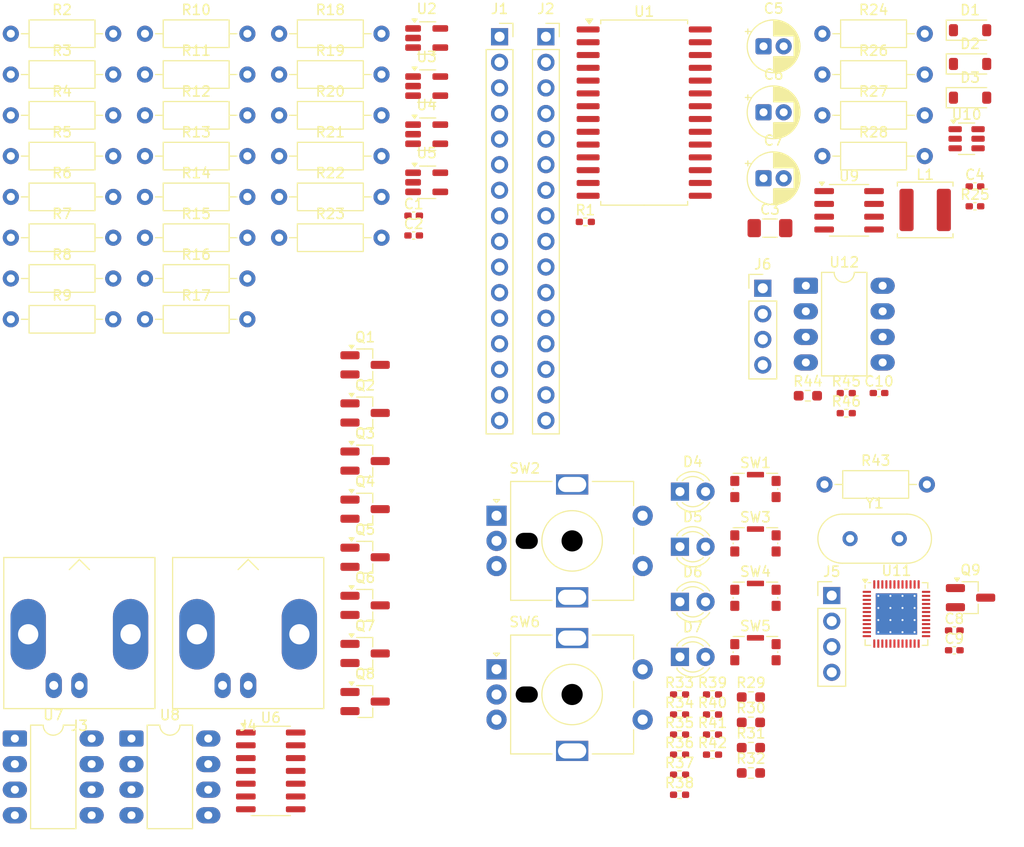
<source format=kicad_pcb>
(kicad_pcb (version 20241229) (generator "pcbnew") (generator_version "9.0")
  (layers (0 "F.Cu" signal) (2 "B.Cu" signal) (13 "F.Paste" user) (15 "B.Paste" user) (5 "F.SilkS" user "F.Silkscreen") (7 "B.SilkS" user "B.Silkscreen") (1 "F.Mask" user) (3 "B.Mask" user) (25 "Edge.Cuts" user))
  (net 0 "")
  (net 1 "Net-(C1-Pad2)")
  (net 2 "Net-(J3-In)")
  (net 3 "Net-(J4-In)")
  (net 4 "Net-(C2-Pad2)")
  (net 5 "Net-(U9-THR)")
  (net 6 "GND")
  (net 7 "Net-(U9-CV)")
  (net 8 "Net-(U9-Q)")
  (net 9 "Net-(D1-A)")
  (net 10 "-5V")
  (net 11 "+24V")
  (net 12 "Net-(U11-X1{slash}_CLK)")
  (net 13 "Net-(U11-X2)")
  (net 14 "Net-(U12A-+)")
  (net 15 "Net-(D3-A)")
  (net 16 "/LCD UI/LED0")
  (net 17 "Net-(D4-K)")
  (net 18 "Net-(D5-K)")
  (net 19 "/LCD UI/LED1")
  (net 20 "/LCD UI/LEDRE0")
  (net 21 "Net-(D6-K)")
  (net 22 "/LCD UI/LEDRE1")
  (net 23 "Net-(D7-K)")
  (net 25 "/RE0A")
  (net 26 "+3.3V")
  (net 28 "/RE1B")
  (net 31 "/RE1A")
  (net 32 "+5V")
  (net 33 "/RE0B")
  (net 35 "/ADC0")
  (net 36 "/ADC1")
  (net 38 "TRIG")
  (net 41 "/SCL")
  (net 43 "/TRIG1")
  (net 44 "/MISO")
  (net 45 "/MOSI")
  (net 46 "/SCK")
  (net 47 "/SDA")
  (net 51 "/TRIG0")
  (net 53 "/SS")
  (net 54 "Net-(J5-LEDK)")
  (net 55 "Net-(J6-Pin_2)")
  (net 56 "Net-(J6-Pin_1)")
  (net 57 "Net-(Q1-D)")
  (net 58 "/Q10")
  (net 59 "Net-(Q2-D)")
  (net 60 "/Q4")
  (net 61 "Net-(Q3-D)")
  (net 62 "/Q9")
  (net 63 "/Q3")
  (net 64 "Net-(Q4-D)")
  (net 65 "Net-(Q5-D)")
  (net 66 "/Q12")
  (net 67 "Net-(Q6-D)")
  (net 68 "/Q6")
  (net 69 "Net-(Q7-D)")
  (net 70 "/Q11")
  (net 71 "/Q5")
  (net 72 "Net-(Q8-D)")
  (net 73 "Net-(Q9-G)")
  (net 74 "/Power/BACKLIGHT")
  (net 75 "Net-(U6C-+)")
  (net 76 "Net-(R2-Pad1)")
  (net 77 "Net-(U6A-+)")
  (net 78 "Net-(R4-Pad1)")
  (net 79 "Net-(R6-Pad2)")
  (net 80 "Net-(R8-Pad2)")
  (net 81 "Net-(U6C--)")
  (net 82 "Net-(U6D-+)")
  (net 83 "Net-(U6A--)")
  (net 84 "Net-(U6B-+)")
  (net 85 "Net-(U6D--)")
  (net 86 "Net-(U6B--)")
  (net 87 "Net-(U9-DIS)")
  (net 88 "Net-(R26-Pad2)")
  (net 89 "Net-(U10-FB)")
  (net 90 "/LCD UI/SW3")
  (net 91 "/LCD UI/RE0P")
  (net 92 "/LCD UI/SW0")
  (net 93 "/LCD UI/SW2")
  (net 94 "/LCD UI/SW1")
  (net 95 "/LCD UI/RE1P")
  (net 96 "Net-(U11-MODE)")
  (net 97 "/LCD/Audio/SPEAKER")
  (net 98 "Net-(U12B-+)")
  (net 100 "/Q8")
  (net 101 "/Q1")
  (net 103 "/Q7")
  (net 104 "/Q2")
  (net 109 "Net-(J5-B0)")
  (net 111 "Net-(J5-G7)")
  (net 112 "Net-(J5-R0)")
  (net 113 "Net-(J5-XL)")
  (net 114 "Net-(J5-R3)")
  (net 115 "Net-(J5-R5)")
  (net 117 "Net-(J5-VSYNC)")
  (net 118 "Net-(J5-B3)")
  (net 119 "Net-(J5-G6)")
  (net 120 "Net-(J5-G0)")
  (net 122 "Net-(J5-G4)")
  (net 123 "Net-(J5-YU)")
  (net 124 "Net-(J5-B5)")
  (net 125 "Net-(J5-YD)")
  (net 127 "Net-(J5-R7)")
  (net 128 "Net-(J5-B7)")
  (net 129 "Net-(J5-R6)")
  (net 130 "Net-(J5-DE)")
  (net 131 "Net-(J5-DISP)")
  (net 132 "Net-(J5-G5)")
  (net 133 "Net-(J5-DCLK)")
  (net 134 "/CS")
  (net 135 "Net-(J5-B4)")
  (net 136 "Net-(J5-XR)")
  (net 137 "Net-(J5-G3)")
  (net 138 "Net-(J5-B6)")
  (net 139 "Net-(J5-R4)")
  (net 140 "Net-(J5-HSYNC)")
  (footprint "Resistor_THT:R_Axial_DIN0207_L6.3mm_D2.5mm_P10.16mm_Horizontal" (layer "F.Cu") (at 80.8225 80.44)
    (property "Reference" "R5" (at 5.08 -2.37 0) (layer "F.SilkS"))
    (property "Value" "10K")
    (pad "1" thru_hole circle (at 0 0) (size 1.6 1.6) (drill 0.8) (layers "*.Cu" "*.Mask") (net 77 "Net-(U6A-+)"))
    (pad "2" thru_hole circle (at 10.16 0) (size 1.6 1.6) (drill 0.8) (layers "*.Cu" "*.Mask") (net 59 "Net-(Q2-D)"))
  )
  (footprint "Resistor_THT:R_Axial_DIN0207_L6.3mm_D2.5mm_P10.16mm_Horizontal" (layer "F.Cu") (at 161.5525 113.04)
    (property "Reference" "R43" (at 5.08 -2.37 0) (layer "F.SilkS"))
    (property "Value" "1K")
    (pad "1" thru_hole circle (at 0 0) (size 1.6 1.6) (drill 0.8) (layers "*.Cu" "*.Mask") (net 96 "Net-(U11-MODE)"))
    (pad "2" thru_hole circle (at 10.16 0) (size 1.6 1.6) (drill 0.8) (layers "*.Cu" "*.Mask") (net 6 "GND"))
  )
  (footprint "Resistor_THT:R_Axial_DIN0207_L6.3mm_D2.5mm_P10.16mm_Horizontal" (layer "F.Cu") (at 107.4425 72.34)
    (property "Reference" "R19" (at 5.08 -2.37 0) (layer "F.SilkS"))
    (property "Value" "150")
    (pad "1" thru_hole circle (at 0 0) (size 1.6 1.6) (drill 0.8) (layers "*.Cu" "*.Mask") (net 86 "Net-(U6B--)"))
    (pad "2" thru_hole circle (at 10.16 0) (size 1.6 1.6) (drill 0.8) (layers "*.Cu" "*.Mask") (net 6 "GND"))
  )
  (footprint "Package_TO_SOT_SMD:SOT-23_Handsoldering" (layer "F.Cu") (at 115.9725 120.265)
    (property "Reference" "Q5" (at 0 -2.75 0) (layer "F.SilkS"))
    (property "Value" "NTR5103NT1G")
    (pad "1" smd roundrect (at -1.5 -0.95) (size 1.9 0.8) (layers "F.Cu" "F.Mask" "F.Paste") (net 66 "/Q12"))
    (pad "2" smd roundrect (at -1.5 0.95) (size 1.9 0.8) (layers "F.Cu" "F.Mask" "F.Paste") (net 6 "GND"))
    (pad "3" smd roundrect (at 1.5 0) (size 1.9 0.8) (layers "F.Cu" "F.Mask" "F.Paste") (net 65 "Net-(Q5-D)"))
  )
  (footprint "Resistor_SMD:R_0402_1005Metric_Pad0.72x0.64mm_HandSolder" (layer "F.Cu") (at 147.1725 141.85)
    (property "Reference" "R37" (at 0 -1.17 0) (layer "F.SilkS"))
    (property "Value" "10k")
    (pad "1" smd roundrect (at -0.5975 0) (size 0.715 0.64) (layers "F.Cu" "F.Mask" "F.Paste") (net 26 "+3.3V"))
    (pad "2" smd roundrect (at 0.5975 0) (size 0.715 0.64) (layers "F.Cu" "F.Mask" "F.Paste") (net 92 "/LCD UI/SW0"))
  )
  (footprint "LED_THT:LED_D3.0mm" (layer "F.Cu") (at 147.2125 130.16)
    (property "Reference" "D7" (at 1.27 -2.96 0) (layer "F.SilkS"))
    (property "Value" "LED")
    (pad "1" thru_hole rect (at 0 0) (size 1.8 1.8) (drill 0.9) (layers "*.Cu" "*.Mask") (net 23 "Net-(D7-K)"))
    (pad "2" thru_hole circle (at 2.54 0) (size 1.8 1.8) (drill 0.9) (layers "*.Cu" "*.Mask") (net 22 "/LCD UI/LEDRE1"))
  )
  (footprint "Capacitor_SMD:C_0402_1005Metric_Pad0.74x0.62mm_HandSolder" (layer "F.Cu") (at 176.4825 85.42)
    (property "Reference" "R25" (at 0 -1.16 0) (layer "F.SilkS"))
    (property "Value" "4.7k")
    (pad "1" smd roundrect (at -0.5675 0) (size 0.735 0.62) (layers "F.Cu" "F.Mask" "F.Paste") (net 87 "Net-(U9-DIS)"))
    (pad "2" smd roundrect (at 0.5675 0) (size 0.735 0.62) (layers "F.Cu" "F.Mask" "F.Paste") (net 5 "Net-(U9-THR)"))
  )
  (footprint "Button_Switch_SMD:SW_SPST_CK_KMS2xxGP" (layer "F.Cu") (at 154.7025 113.49)
    (property "Reference" "SW1" (at 0 -2.6 0) (layer "F.SilkS"))
    (property "Value" "SW_MEC_5E")
    (pad "" np_thru_hole circle (at -0.975 0.75) (size 0.9 0.9) (drill 0.9) (layers "*.Cu" "*.Mask"))
    (pad "" np_thru_hole circle (at 0.975 0.75) (size 0.9 0.9) (drill 0.9) (layers "*.Cu" "*.Mask"))
    (pad "1" smd roundrect (at -2.05 -0.8) (size 0.9 1) (layers "F.Cu" "F.Mask" "F.Paste") (roundrect_rratio 0.15) (net 90 "/LCD UI/SW3"))
    (pad "1" smd roundrect (at 2.05 -0.8) (size 0.9 1) (layers "F.Cu" "F.Mask" "F.Paste") (roundrect_rratio 0.15) (net 90 "/LCD UI/SW3"))
    (pad "2" smd roundrect (at -2.05 0.8) (size 0.9 1) (layers "F.Cu" "F.Mask" "F.Paste") (roundrect_rratio 0.15) (net 90 "/LCD UI/SW3"))
    (pad "2" smd roundrect (at 2.05 0.8) (size 0.9 1) (layers "F.Cu" "F.Mask" "F.Paste") (roundrect_rratio 0.15) (net 90 "/LCD UI/SW3"))
    (pad "SH" smd roundrect (at 0 -1.425) (size 1.7 0.55) (layers "F.Cu" "F.Mask" "F.Paste") (roundrect_rratio 0.15))
  )
  (footprint "Package_TO_SOT_SMD:SOT-23_Handsoldering" (layer "F.Cu") (at 115.9725 110.715)
    (property "Reference" "Q3" (at 0 -2.75 0) (layer "F.SilkS"))
    (property "Value" "NTR5103NT1G")
    (pad "1" smd roundrect (at -1.5 -0.95) (size 1.9 0.8) (layers "F.Cu" "F.Mask" "F.Paste") (net 62 "/Q9"))
    (pad "2" smd roundrect (at -1.5 0.95) (size 1.9 0.8) (layers "F.Cu" "F.Mask" "F.Paste") (net 6 "GND"))
    (pad "3" smd roundrect (at 1.5 0) (size 1.9 0.8) (layers "F.Cu" "F.Mask" "F.Paste") (net 61 "Net-(Q3-D)"))
  )
  (footprint "Capacitor_THT:CP_Radial_D5.0mm_P2.00mm" (layer "F.Cu") (at 155.502275 82.64)
    (property "Reference" "C7" (at 1 -3.75 0) (layer "F.SilkS"))
    (property "Value" "47u")
    (pad "1" thru_hole roundrect (at 0 0) (size 1.6 1.6) (drill 0.8) (layers "*.Cu" "*.Mask") (roundrect_rratio 0.15625) (net 11 "+24V"))
    (pad "2" thru_hole circle (at 2 0) (size 1.6 1.6) (drill 0.8) (layers "*.Cu" "*.Mask") (net 6 "GND"))
  )
  (footprint "Resistor_SMD:R_0402_1005Metric_Pad0.72x0.64mm_HandSolder" (layer "F.Cu") (at 150.4425 133.89)
    (property "Reference" "R39" (at 0 -1.17 0) (layer "F.SilkS"))
    (property "Value" "10k")
    (pad "1" smd roundrect (at -0.5975 0) (size 0.715 0.64) (layers "F.Cu" "F.Mask" "F.Paste") (net 26 "+3.3V"))
    (pad "2" smd roundrect (at 0.5975 0) (size 0.715 0.64) (layers "F.Cu" "F.Mask" "F.Paste") (net 31 "/RE1A"))
  )
  (footprint "Package_TO_SOT_SMD:SOT-23_Handsoldering" (layer "F.Cu") (at 115.9725 134.59)
    (property "Reference" "Q8" (at 0 -2.75 0) (layer "F.SilkS"))
    (property "Value" "NTR5103NT1G")
    (pad "1" smd roundrect (at -1.5 -0.95) (size 1.9 0.8) (layers "F.Cu" "F.Mask" "F.Paste") (net 71 "/Q5"))
    (pad "2" smd roundrect (at -1.5 0.95) (size 1.9 0.8) (layers "F.Cu" "F.Mask" "F.Paste") (net 6 "GND"))
    (pad "3" smd roundrect (at 1.5 0) (size 1.9 0.8) (layers "F.Cu" "F.Mask" "F.Paste") (net 72 "Net-(Q8-D)"))
  )
  (footprint "Package_DIP:DIP-8_W7.62mm_LongPads" (layer "F.Cu") (at 159.7025 93.31)
    (property "Reference" "U12" (at 3.81 -2.33 0) (layer "F.SilkS"))
    (property "Value" "LM358")
    (pad "1" thru_hole roundrect (at 0 0) (size 2.4 1.6) (drill 0.8) (layers "*.Cu" "*.Mask") (roundrect_rratio 0.15625) (net 56 "Net-(J6-Pin_1)"))
    (pad "2" thru_hole oval (at 0 2.54) (size 2.4 1.6) (drill 0.8) (layers "*.Cu" "*.Mask") (net 56 "Net-(J6-Pin_1)"))
    (pad "3" thru_hole oval (at 0 5.08) (size 2.4 1.6) (drill 0.8) (layers "*.Cu" "*.Mask") (net 14 "Net-(U12A-+)"))
    (pad "4" thru_hole oval (at 0 7.62) (size 2.4 1.6) (drill 0.8) (layers "*.Cu" "*.Mask") (net 6 "GND"))
    (pad "5" thru_hole oval (at 7.62 7.62) (size 2.4 1.6) (drill 0.8) (layers "*.Cu" "*.Mask") (net 98 "Net-(U12B-+)"))
    (pad "6" thru_hole oval (at 7.62 5.08) (size 2.4 1.6) (drill 0.8) (layers "*.Cu" "*.Mask") (net 55 "Net-(J6-Pin_2)"))
    (pad "7" thru_hole oval (at 7.62 2.54) (size 2.4 1.6) (drill 0.8) (layers "*.Cu" "*.Mask") (net 55 "Net-(J6-Pin_2)"))
    (pad "8" thru_hole oval (at 7.62 0) (size 2.4 1.6) (drill 0.8) (layers "*.Cu" "*.Mask") (net 32 "+5V"))
  )
  (footprint "Capacitor_SMD:C_0402_1005Metric_Pad0.74x0.62mm_HandSolder" (layer "F.Cu") (at 120.7925 86.35)
    (property "Reference" "C1" (at 0 -1.16 0) (layer "F.SilkS"))
    (property "Value" "100n")
    (pad "1" smd roundrect (at -0.5675 0) (size 0.735 0.62) (layers "F.Cu" "F.Mask" "F.Paste") (net 2 "Net-(J3-In)"))
    (pad "2" smd roundrect (at 0.5675 0) (size 0.735 0.62) (layers "F.Cu" "F.Mask" "F.Paste") (net 1 "Net-(C1-Pad2)"))
  )
  (footprint "Button_Switch_SMD:SW_SPST_CK_KMS2xxGP" (layer "F.Cu") (at 154.7025 124.29)
    (property "Reference" "SW4" (at 0 -2.6 0) (layer "F.SilkS"))
    (property "Value" "SW_MEC_5E")
    (pad "" np_thru_hole circle (at -0.975 0.75) (size 0.9 0.9) (drill 0.9) (layers "*.Cu" "*.Mask"))
    (pad "" np_thru_hole circle (at 0.975 0.75) (size 0.9 0.9) (drill 0.9) (layers "*.Cu" "*.Mask"))
    (pad "1" smd roundrect (at -2.05 -0.8) (size 0.9 1) (layers "F.Cu" "F.Mask" "F.Paste") (roundrect_rratio 0.15) (net 93 "/LCD UI/SW2"))
    (pad "1" smd roundrect (at 2.05 -0.8) (size 0.9 1) (layers "F.Cu" "F.Mask" "F.Paste") (roundrect_rratio 0.15) (net 93 "/LCD UI/SW2"))
    (pad "2" smd roundrect (at -2.05 0.8) (size 0.9 1) (layers "F.Cu" "F.Mask" "F.Paste") (roundrect_rratio 0.15) (net 93 "/LCD UI/SW2"))
    (pad "2" smd roundrect (at 2.05 0.8) (size 0.9 1) (layers "F.Cu" "F.Mask" "F.Paste") (roundrect_rratio 0.15) (net 93 "/LCD UI/SW2"))
    (pad "SH" smd roundrect (at 0 -1.425) (size 1.7 0.55) (layers "F.Cu" "F.Mask" "F.Paste") (roundrect_rratio 0.15))
  )
  (footprint "Resistor_THT:R_Axial_DIN0207_L6.3mm_D2.5mm_P10.16mm_Horizontal" (layer "F.Cu") (at 107.4425 76.39)
    (property "Reference" "R20" (at 5.08 -2.37 0) (layer "F.SilkS"))
    (property "Value" "1K")
    (pad "1" thru_hole circle (at 0 0) (size 1.6 1.6) (drill 0.8) (layers "*.Cu" "*.Mask") (net 85 "Net-(U6D--)"))
    (pad "2" thru_hole circle (at 10.16 0) (size 1.6 1.6) (drill 0.8) (layers "*.Cu" "*.Mask") (net 36 "/ADC1"))
  )
  (footprint "Resistor_SMD:R_0402_1005Metric_Pad0.72x0.64mm_HandSolder" (layer "F.Cu") (at 137.8225 86.97)
    (property "Reference" "R1" (at 0 -1.17 0) (layer "F.SilkS"))
    (property "Value" "10k")
    (pad "1" smd roundrect (at -0.5975 0) (size 0.715 0.64) (layers "F.Cu" "F.Mask" "F.Paste") (net 32 "+5V"))
    (pad "2" smd roundrect (at 0.5975 0) (size 0.715 0.64) (layers "F.Cu" "F.Mask" "F.Paste") (net 74 "/Power/BACKLIGHT"))
  )
  (footprint "Package_TO_SOT_SMD:SOT-23_Handsoldering" (layer "F.Cu") (at 115.9725 101.165)
    (property "Reference" "Q1" (at 0 -2.75 0) (layer "F.SilkS"))
    (property "Value" "NTR5103NT1G")
    (pad "1" smd roundrect (at -1.5 -0.95) (size 1.9 0.8) (layers "F.Cu" "F.Mask" "F.Paste") (net 58 "/Q10"))
    (pad "2" smd roundrect (at -1.5 0.95) (size 1.9 0.8) (layers "F.Cu" "F.Mask" "F.Paste") (net 6 "GND"))
    (pad "3" smd roundrect (at 1.5 0) (size 1.9 0.8) (layers "F.Cu" "F.Mask" "F.Paste") (net 57 "Net-(Q1-D)"))
  )
  (footprint "Rotary_Encoder:RotaryEncoder_Alps_EC11E-Switch_Vertical_H20mm_MountingHoles" (layer "F.Cu") (at 129.0125 116.14)
    (property "Reference" "SW2" (at 2.8 -4.7 0) (layer "F.SilkS"))
    (property "Value" "RotaryEncoder_Switch_MP")
    (pad "" np_thru_hole oval (at 3 2.5) (size 2.2 1.6) (drill oval 2.2 1.6) (layers "*.Mask"))
    (pad "" np_thru_hole circle (at 7.5 2.5) (size 2.1 2.1) (drill 2.1) (layers "*.Mask"))
    (pad "A" thru_hole rect (at 0 0) (size 2 2) (drill 1) (layers "*.Cu" "*.Mask") (net 25 "/RE0A"))
    (pad "B" thru_hole circle (at 0 5) (size 2 2) (drill 1) (layers "*.Cu" "*.Mask") (net 33 "/RE0B"))
    (pad "C" thru_hole circle (at 0 2.5) (size 2 2) (drill 1) (layers "*.Cu" "*.Mask") (net 6 "GND"))
    (pad "MP" thru_hole rect (at 7.5 -3.1) (size 3.2 2) (drill oval 2.8 1.5) (layers "*.Cu" "*.Mask") (net 6 "GND"))
    (pad "MP" thru_hole rect (at 7.5 8.1) (size 3.2 2) (drill oval 2.8 1.5) (layers "*.Cu" "*.Mask") (net 6 "GND"))
    (pad "S1" thru_hole circle (at 14.5 5) (size 2 2) (drill 1) (layers "*.Cu" "*.Mask") (net 91 "/LCD UI/RE0P"))
    (pad "S2" thru_hole circle (at 14.5 0) (size 2 2) (drill 1) (layers "*.Cu" "*.Mask") (net 6 "GND"))
  )
  (footprint "Capacitor_SMD:C_0402_1005Metric_Pad0.74x0.62mm_HandSolder" (layer "F.Cu") (at 176.4825 83.45)
    (property "Reference" "C4" (at 0 -1.16 0) (layer "F.SilkS"))
    (property "Value" "100n")
    (pad "1" smd roundrect (at -0.5675 0) (size 0.735 0.62) (layers "F.Cu" "F.Mask" "F.Paste") (net 7 "Net-(U9-CV)"))
    (pad "2" smd roundrect (at 0.5675 0) (size 0.735 0.62) (layers "F.Cu" "F.Mask" "F.Paste") (net 6 "GND"))
  )
  (footprint "Resistor_SMD:R_0402_1005Metric_Pad0.72x0.64mm_HandSolder" (layer "F.Cu") (at 150.4425 135.88)
    (property "Reference" "R40" (at 0 -1.17 0) (layer "F.SilkS"))
    (property "Value" "10k")
    (pad "1" smd roundrect (at -0.5975 0) (size 0.715 0.64) (layers "F.Cu" "F.Mask" "F.Paste") (net 26 "+3.3V"))
    (pad "2" smd roundrect (at 0.5975 0) (size 0.715 0.64) (layers "F.Cu" "F.Mask" "F.Paste") (net 93 "/LCD UI/SW2"))
  )
  (footprint "Button_Switch_SMD:SW_SPST_CK_KMS2xxGP" (layer "F.Cu") (at 154.7025 118.89)
    (property "Reference" "SW3" (at 0 -2.6 0) (layer "F.SilkS"))
    (property "Value" "SW_MEC_5E")
    (pad "" np_thru_hole circle (at -0.975 0.75) (size 0.9 0.9) (drill 0.9) (layers "*.Cu" "*.Mask"))
    (pad "" np_thru_hole circle (at 0.975 0.75) (size 0.9 0.9) (drill 0.9) (layers "*.Cu" "*.Mask"))
    (pad "1" smd roundrect (at -2.05 -0.8) (size 0.9 1) (layers "F.Cu" "F.Mask" "F.Paste") (roundrect_rratio 0.15) (net 92 "/LCD UI/SW0"))
    (pad "1" smd roundrect (at 2.05 -0.8) (size 0.9 1) (layers "F.Cu" "F.Mask" "F.Paste") (roundrect_rratio 0.15) (net 92 "/LCD UI/SW0"))
    (pad "2" smd roundrect (at -2.05 0.8) (size 0.9 1) (layers "F.Cu" "F.Mask" "F.Paste") (roundrect_rratio 0.15) (net 92 "/LCD UI/SW0"))
    (pad "2" smd roundrect (at 2.05 0.8) (size 0.9 1) (layers "F.Cu" "F.Mask" "F.Paste") (roundrect_rratio 0.15) (net 92 "/LCD UI/SW0"))
    (pad "SH" smd roundrect (at 0 -1.425) (size 1.7 0.55) (layers "F.Cu" "F.Mask" "F.Paste") (roundrect_rratio 0.15))
  )
  (footprint "Capacitor_SMD:C_0402_1005Metric_Pad0.74x0.62mm_HandSolder" (layer "F.Cu") (at 166.9625 103.96)
    (property "Reference" "C10" (at 0 -1.16 0) (layer "F.SilkS"))
    (property "Value" "20p")
    (pad "1" smd roundrect (at -0.5675 0) (size 0.735 0.62) (layers "F.Cu" "F.Mask" "F.Paste") (net 14 "Net-(U12A-+)"))
    (pad "2" smd roundrect (at 0.5675 0) (size 0.735 0.62) (layers "F.Cu" "F.Mask" "F.Paste") (net 6 "GND"))
  )
  (footprint "Resistor_SMD:R_0603_1608Metric_Pad0.98x0.95mm_HandSolder" (layer "F.Cu") (at 154.2525 141.68)
    (property "Reference" "R32" (at 0 -1.43 0) (layer "F.SilkS"))
    (property "Value" "1k")
    (pad "1" smd roundrect (at -0.9125 0) (size 0.975 0.95) (layers "F.Cu" "F.Mask" "F.Paste") (net 23 "Net-(D7-K)"))
    (pad "2" smd roundrect (at 0.9125 0) (size 0.975 0.95) (layers "F.Cu" "F.Mask" "F.Paste") (net 26 "+3.3V"))
  )
  (footprint "Connector_PinSocket_2.54mm:PinSocket_1x16_P2.54mm_Vertical" (layer "F.Cu") (at 129.3125 68.59)
    (property "Reference" "J1" (at 0 -2.77 0) (layer "F.SilkS"))
    (property "Value" "Conn_01x16")
    (pad "1" thru_hole rect (at 0 0) (size 1.7 1.7) (drill 1) (layers "*.Cu" "*.Mask") (net 26 "+3.3V"))
    (pad "2" thru_hole circle (at 0 2.54) (size 1.7 1.7) (drill 1) (layers "*.Cu" "*.Mask"))
    (pad "3" thru_hole circle (at 0 5.08) (size 1.7 1.7) (drill 1) (layers "*.Cu" "*.Mask") (net 35 "/ADC0"))
    (pad "4" thru_hole circle (at 0 7.62) (size 1.7 1.7) (drill 1) (layers "*.Cu" "*.Mask") (net 36 "/ADC1"))
    (pad "5" thru_hole circle (at 0 10.16) (size 1.7 1.7) (drill 1) (layers "*.Cu" "*.Mask"))
    (pad "6" thru_hole circle (at 0 12.7) (size 1.7 1.7) (drill 1) (layers "*.Cu" "*.Mask"))
    (pad "7" thru_hole circle (at 0 15.24) (size 1.7 1.7) (drill 1) (layers "*.Cu" "*.Mask"))
    (pad "8" thru_hole circle (at 0 17.78) (size 1.7 1.7) (drill 1) (layers "*.Cu" "*.Mask") (net 38 "TRIG"))
    (pad "9" thru_hole circle (at 0 20.32) (size 1.7 1.7) (drill 1) (layers "*.Cu" "*.Mask"))
    (pad "10" thru_hole circle (at 0 22.86) (size 1.7 1.7) (drill 1) (layers "*.Cu" "*.Mask") (net 28 "/RE1B"))
    (pad "11" thru_hole circle (at 0 25.4) (size 1.7 1.7) (drill 1) (layers "*.Cu" "*.Mask") (net 31 "/RE1A"))
    (pad "12" thru_hole circle (at 0 27.94) (size 1.7 1.7) (drill 1) (layers "*.Cu" "*.Mask") (net 33 "/RE0B"))
    (pad "13" thru_hole circle (at 0 30.48) (size 1.7 1.7) (drill 1) (layers "*.Cu" "*.Mask") (net 25 "/RE0A"))
    (pad "14" thru_hole circle (at 0 33.02) (size 1.7 1.7) (drill 1) (layers "*.Cu" "*.Mask"))
    (pad "15" thru_hole circle (at 0 35.56) (size 1.7 1.7) (drill 1) (layers "*.Cu" "*.Mask") (net 32 "+5V"))
    (pad "16" thru_hole circle (at 0 38.1) (size 1.7 1.7) (drill 1) (layers "*.Cu" "*.Mask"))
  )
  (footprint "Package_DIP:DIP-8_W7.62mm_LongPads" (layer "F.Cu") (at 81.2225 138.26)
    (property "Reference" "U7" (at 3.81 -2.33 0) (layer "F.SilkS"))
    (property "Value" "LM311")
    (pad "1" thru_hole roundrect (at 0 0) (size 2.4 1.6) (drill 0.8) (layers "*.Cu" "*.Mask") (roundrect_rratio 0.15625) (net 6 "GND"))
    (pad "2" thru_hole oval (at 0 2.54) (size 2.4 1.6) (drill 0.8) (layers "*.Cu" "*.Mask") (net 35 "/ADC0"))
    (pad "3" thru_hole oval (at 0 5.08) (size 2.4 1.6) (drill 0.8) (layers "*.Cu" "*.Mask") (net 38 "TRIG"))
    (pad "4" thru_hole oval (at 0 7.62) (size 2.4 1.6) (drill 0.8) (layers "*.Cu" "*.Mask") (net 6 "GND"))
    (pad "5" thru_hole oval (at 7.62 7.62) (size 2.4 1.6) (drill 0.8) (layers "*.Cu" "*.Mask"))
    (pad "6" thru_hole oval (at 7.62 5.08) (size 2.4 1.6) (drill 0.8) (layers "*.Cu" "*.Mask"))
    (pad "7" thru_hole oval (at 7.62 2.54) (size 2.4 1.6) (drill 0.8) (layers "*.Cu" "*.Mask") (net 51 "/TRIG0"))
    (pad "8" thru_hole oval (at 7.62 0) (size 2.4 1.6) (drill 0.8) (layers "*.Cu" "*.Mask") (net 26 "+3.3V"))
  )
  (footprint "Resistor_THT:R_Axial_DIN0207_L6.3mm_D2.5mm_P10.16mm_Horizontal" (layer "F.Cu") (at 80.8225 68.29)
    (property "Reference" "R2" (at 5.08 -2.37 0) (layer "F.SilkS"))
    (property "Value" "1M")
    (pad "1" thru_hole circle (at 0 0) (size 1.6 1.6) (drill 0.8) (layers "*.Cu" "*.Mask") (net 76 "Net-(R2-Pad1)"))
    (pad "2" thru_hole circle (at 10.16 0) (size 1.6 1.6) (drill 0.8) (layers "*.Cu" "*.Mask") (net 75 "Net-(U6C-+)"))
  )
  (footprint "Resistor_SMD:R_0402_1005Metric_Pad0.72x0.64mm_HandSolder" (layer "F.Cu") (at 147.1725 143.84)
    (property "Reference" "R38" (at 0 -1.17 0) (layer "F.SilkS"))
    (property "Value" "10k")
    (pad "1" smd roundrect (at -0.5975 0) (size 0.715 0.64) (layers "F.Cu" "F.Mask" "F.Paste") (net 26 "+3.3V"))
    (pad "2" smd roundrect (at 0.5975 0) (size 0.715 0.64) (layers "F.Cu" "F.Mask" "F.Paste") (net 28 "/RE1B"))
  )
  (footprint "Package_TO_SOT_SMD:SOT-23_Handsoldering" (layer "F.Cu") (at 115.9725 129.815)
    (property "Reference" "Q7" (at 0 -2.75 0) (layer "F.SilkS"))
    (property "Value" "NTR5103NT1G")
    (pad "1" smd roundrect (at -1.5 -0.95) (size 1.9 0.8) (layers "F.Cu" "F.Mask" "F.Paste") (net 70 "/Q11"))
    (pad "2" smd roundrect (at -1.5 0.95) (size 1.9 0.8) (layers "F.Cu" "F.Mask" "F.Paste") (net 6 "GND"))
    (pad "3" smd roundrect (at 1.5 0) (size 1.9 0.8) (layers "F.Cu" "F.Mask" "F.Paste") (net 69 "Net-(Q7-D)"))
  )
  (footprint "Diode_SMD:D_SOD-123" (layer "F.Cu") (at 175.9975 67.94)
    (property "Reference" "D1" (at 0 -2 0) (layer "F.SilkS"))
    (property "Value" "D_Schottky")
    (pad "1" smd roundrect (at -1.65 0) (size 0.9 1.2) (layers "F.Cu" "F.Mask" "F.Paste") (net 6 "GND"))
    (pad "2" smd roundrect (at 1.65 0) (size 0.9 1.2) (layers "F.Cu" "F.Mask" "F.Paste") (net 9 "Net-(D1-A)"))
  )
  (footprint "Diode_SMD:D_SOD-123" (layer "F.Cu") (at 175.9975 71.29)
    (property "Reference" "D2" (at 0 -2 0) (layer "F.SilkS"))
    (property "Value" "D_Schottky")
    (pad "1" smd roundrect (at -1.65 0) (size 0.9 1.2) (layers "F.Cu" "F.Mask" "F.Paste") (net 9 "Net-(D1-A)"))
    (pad "2" smd roundrect (at 1.65 0) (size 0.9 1.2) (layers "F.Cu" "F.Mask" "F.Paste") (net 10 "-5V"))
  )
  (footprint "Package_TO_SOT_SMD:SOT-23_Handsoldering" (layer "F.Cu") (at 115.9725 125.04)
    (property "Reference" "Q6" (at 0 -2.75 0) (layer "F.SilkS"))
    (property "Value" "NTR5103NT1G")
    (pad "1" smd roundrect (at -1.5 -0.95) (size 1.9 0.8) (layers "F.Cu" "F.Mask" "F.Paste") (net 68 "/Q6"))
    (pad "2" smd roundrect (at -1.5 0.95) (size 1.9 0.8) (layers "F.Cu" "F.Mask" "F.Paste") (net 6 "GND"))
    (pad "3" smd roundrect (at 1.5 0) (size 1.9 0.8) (layers "F.Cu" "F.Mask" "F.Paste") (net 67 "Net-(Q6-D)"))
  )
  (footprint "Capacitor_SMD:C_0402_1005Metric_Pad0.74x0.62mm_HandSolder" (layer "F.Cu") (at 174.4325 127.53)
    (property "Reference" "C8" (at 0 -1.16 0) (layer "F.SilkS"))
    (property "Value" "20p")
    (pad "1" smd roundrect (at -0.5675 0) (size 0.735 0.62) (layers "F.Cu" "F.Mask" "F.Paste") (net 12 "Net-(U11-X1{slash}_CLK)"))
    (pad "2" smd roundrect (at 0.5675 0) (size 0.735 0.62) (layers "F.Cu" "F.Mask" "F.Paste") (net 6 "GND"))
  )
  (footprint "Connector_PinHeader_2.54mm:PinHeader_1x04_P2.54mm_Vertical" (layer "F.Cu") (at 155.4325 93.56)
    (property "Reference" "J6" (at 0 -2.38 0) (layer "F.SilkS"))
    (property "Value" "Conn_01x02")
    (pad "1" thru_hole rect (at 0 0) (size 1.7 1.7) (drill 1) (layers "*.Cu" "*.Mask") (net 56 "Net-(J6-Pin_1)"))
    (pad "2" thru_hole circle (at 0 2.54) (size 1.7 1.7) (drill 1) (layers "*.Cu" "*.Mask") (net 55 "Net-(J6-Pin_2)"))
    (pad "3" thru_hole circle (at 0 5.08) (size 1.7 1.7) (drill 1) (layers "*.Cu" "*.Mask"))
    (pad "4" thru_hole circle (at 0 7.62) (size 1.7 1.7) (drill 1) (layers "*.Cu" "*.Mask"))
  )
  (footprint "Package_TO_SOT_SMD:SOT-23-5_HandSoldering" (layer "F.Cu") (at 122.0825 78.265)
    (property "Reference" "U4" (at 0 -2.9 0) (layer "F.SilkS"))
    (property "Value" "TMUX1101DBV")
    (pad "1" smd roundrect (at -1.35 -0.95) (size 1.56 0.65) (layers "F.Cu" "F.Mask" "F.Paste") (net 78 "Net-(R4-Pad1)"))
    (pad "2" smd roundrect (at -1.35 0) (size 1.56 0.65) (layers "F.Cu" "F.Mask" "F.Paste") (net 4 "Net-(C2-Pad2)"))
    (pad "3" smd roundrect (at -1.35 0.95) (size 1.56 0.65) (layers "F.Cu" "F.Mask" "F.Paste") (net 6 "GND"))
    (pad "4" smd roundrect (at 1.35 0.95) (size 1.56 0.65) (layers "F.Cu" "F.Mask" "F.Paste") (net 104 "/Q2"))
    (pad "5" smd roundrect (at 1.35 -0.95) (size 1.56 0.65) (layers "F.Cu" "F.Mask" "F.Paste") (net 26 "+3.3V"))
  )
  (footprint "Package_TO_SOT_SMD:SOT-23-6" (layer "F.Cu") (at 175.6525 78.715)
    (property "Reference" "U10" (at 0 -2.4 0) (layer "F.SilkS"))
    (property "Value" "EA2208T6R")
    (pad "1" smd roundrect (at -1.1375 -0.95) (size 1.325 0.6) (layers "F.Cu" "F.Mask" "F.Paste") (net 15 "Net-(D3-A)"))
    (pad "2" smd roundrect (at -1.1375 0) (size 1.325 0.6) (layers "F.Cu" "F.Mask" "F.Paste") (net 6 "GND"))
    (pad "3" smd roundrect (at -1.1375 0.95) (size 1.325 0.6) (layers "F.Cu" "F.Mask" "F.Paste") (net 89 "Net-(U10-FB)"))
    (pad "4" smd roundrect (at 1.1375 0.95) (size 1.325 0.6) (layers "F.Cu" "F.Mask" "F.Paste") (net 74 "/Power/BACKLIGHT"))
    (pad "5" smd roundrect (at 1.1375 0) (size 1.325 0.6) (layers "F.Cu" "F.Mask" "F.Paste") (net 32 "+5V"))
    (pad "6" smd roundrect (at 1.1375 -0.95) (size 1.325 0.6) (layers "F.Cu" "F.Mask" "F.Paste"))
  )
  (footprint "Resistor_SMD:R_0402_1005Metric_Pad0.72x0.64mm_HandSolder" (layer "F.Cu") (at 163.7125 105.96)
    (property "Reference" "R46" (at 0 -1.17 0) (layer "F.SilkS"))
    (property "Value" "10k")
    (pad "1" smd roundrect (at -0.5975 0) (size 0.715 0.64) (layers "F.Cu" "F.Mask" "F.Paste") (net 98 "Net-(U12B-+)"))
    (pad "2" smd roundrect (at 0.5975 0) (size 0.715 0.64) (layers "F.Cu" "F.Mask" "F.Paste") (net 6 "GND"))
  )
  (footprint "Resistor_SMD:R_0402_1005Metric_Pad0.72x0.64mm_HandSolder" (layer "F.Cu") (at 150.4425 139.86)
    (property "Reference" "R42" (at 0 -1.17 0) (layer "F.SilkS"))
    (property "Value" "10k")
    (pad "1" smd roundrect (at -0.5975 0) (size 0.715 0.64) (layers "F.Cu" "F.Mask" "F.Paste") (net 26 "+3.3V"))
    (pad "2" smd roundrect (at 0.5975 0) (size 0.715 0.64) (layers "F.Cu" "F.Mask" "F.Paste") (net 95 "/LCD UI/RE1P"))
  )
  (footprint "Resistor_THT:R_Axial_DIN0207_L6.3mm_D2.5mm_P10.16mm_Horizontal" (layer "F.Cu") (at 80.8225 72.34)
    (property "Reference" "R3" (at 5.08 -2.37 0) (layer "F.SilkS"))
    (property "Value" "10K")
    (pad "1" thru_hole circle (at 0 0) (size 1.6 1.6) (drill 0.8) (layers "*.Cu" "*.Mask") (net 75 "Net-(U6C-+)"))
    (pad "2" thru_hole circle (at 10.16 0) (size 1.6 1.6) (drill 0.8) (layers "*.Cu" "*.Mask") (net 57 "Net-(Q1-D)"))
  )
  (footprint "Resistor_SMD:R_0603_1608Metric_Pad0.98x0.95mm_HandSolder" (layer "F.Cu") (at 154.2525 136.66)
    (property "Reference" "R30" (at 0 -1.43 0) (layer "F.SilkS"))
    (property "Value" "1k")
    (pad "1" smd roundrect (at -0.9125 0) (size 0.975 0.95) (layers "F.Cu" "F.Mask" "F.Paste") (net 18 "Net-(D5-K)"))
    (pad "2" smd roundrect (at 0.9125 0) (size 0.975 0.95) (layers "F.Cu" "F.Mask" "F.Paste") (net 26 "+3.3V"))
  )
  (footprint "Resistor_THT:R_Axial_DIN0207_L6.3mm_D2.5mm_P10.16mm_Horizontal" (layer "F.Cu") (at 94.1325 72.34)
    (property "Reference" "R11" (at 5.08 -2.37 0) (layer "F.SilkS"))
    (property "Value" "1K")
    (pad "1" thru_hole circle (at 0 0) (size 1.6 1.6) (drill 0.8) (layers "*.Cu" "*.Mask") (net 82 "Net-(U6D-+)"))
    (pad "2" thru_hole circle (at 10.16 0) (size 1.6 1.6) (drill 0.8) (layers "*.Cu" "*.Mask") (net 65 "Net-(Q5-D)"))
  )
  (footprint "Resistor_SMD:R_0603_1608Metric_Pad0.98x0.95mm_HandSolder" (layer "F.Cu") (at 154.2525 139.17)
    (property "Reference" "R31" (at 0 -1.43 0) (layer "F.SilkS"))
    (property "Value" "1k")
    (pad "1" smd roundrect (at -0.9125 0) (size 0.975 0.95) (layers "F.Cu" "F.Mask" "F.Paste") (net 21 "Net-(D6-K)"))
    (pad "2" smd roundrect (at 0.9125 0) (size 0.975 0.95) (layers "F.Cu" "F.Mask" "F.Paste") (net 26 "+3.3V"))
  )
  (footprint "Resistor_THT:R_Axial_DIN0207_L6.3mm_D2.5mm_P10.16mm_Horizontal" (layer "F.Cu") (at 107.4425 84.49)
    (property "Reference" "R22" (at 5.08 -2.37 0) (layer "F.SilkS"))
    (property "Value" "1K")
    (pad "1" thru_hole circle (at 0 0) (size 1.6 1.6) (drill 0.8) (layers "*.Cu" "*.Mask") (net 86 "Net-(U6B--)"))
    (pad "2" thru_hole circle (at 10.16 0) (size 1.6 1.6) (drill 0.8) (layers "*.Cu" "*.Mask") (net 35 "/ADC0"))
  )
  (footprint "Resistor_THT:R_Axial_DIN0207_L6.3mm_D2.5mm_P10.16mm_Horizontal" (layer "F.Cu") (at 107.4425 88.54)
    (property "Reference" "R23" (at 5.08 -2.37 0) (layer "F.SilkS"))
    (property "Value" "3K")
    (pad "1" thru_hole circle (at 0 0) (size 1.6 1.6) (drill 0.8) (layers "*.Cu" "*.Mask") (net 86 "Net-(U6B--)"))
    (pad "2" thru_hole circle (at 10.16 0) (size 1.6 1.6) (drill 0.8) (layers "*.Cu" "*.Mask") (net 32 "+5V"))
  )
  (footprint "Connector_PinSocket_2.54mm:PinSocket_1x16_P2.54mm_Vertical" (layer "F.Cu") (at 133.9125 68.59)
    (property "Reference" "J2" (at 0 -2.77 0) (layer "F.SilkS"))
    (property "Value" "Conn_01x16")
    (pad "1" thru_hole rect (at 0 0) (size 1.7 1.7) (drill 1) (layers "*.Cu" "*.Mask") (net 6 "GND"))
    (pad "2" thru_hole circle (at 0 2.54) (size 1.7 1.7) (drill 1) (layers "*.Cu" "*.Mask") (net 45 "/MOSI"))
    (pad "3" thru_hole circle (at 0 5.08) (size 1.7 1.7) (drill 1) (layers "*.Cu" "*.Mask") (net 41 "/SCL"))
    (pad "4" thru_hole circle (at 0 7.62) (size 1.7 1.7) (drill 1) (layers "*.Cu" "*.Mask"))
    (pad "5" thru_hole circle (at 0 10.16) (size 1.7 1.7) (drill 1) (layers "*.Cu" "*.Mask"))
    (pad "6" thru_hole circle (at 0 12.7) (size 1.7 1.7) (drill 1) (layers "*.Cu" "*.Mask") (net 47 "/SDA"))
    (pad "7" thru_hole circle (at 0 15.24) (size 1.7 1.7) (drill 1) (layers "*.Cu" "*.Mask") (net 44 "/MISO"))
    (pad "8" thru_hole circle (at 0 17.78) (size 1.7 1.7) (drill 1) (layers "*.Cu" "*.Mask") (net 46 "/SCK"))
    (pad "9" thru_hole circle (at 0 20.32) (size 1.7 1.7) (drill 1) (layers "*.Cu" "*.Mask") (net 53 "/SS"))
    (pad "10" thru_hole circle (at 0 22.86) (size 1.7 1.7) (drill 1) (layers "*.Cu" "*.Mask") (net 51 "/TRIG0"))
    (pad "11" thru_hole circle (at 0 25.4) (size 1.7 1.7) (drill 1) (layers "*.Cu" "*.Mask") (net 43 "/TRIG1"))
    (pad "12" thru_hole circle (at 0 27.94) (size 1.7 1.7) (drill 1) (layers "*.Cu" "*.Mask"))
    (pad "13" thru_hole circle (at 0 30.48) (size 1.7 1.7) (drill 1) (layers "*.Cu" "*.Mask"))
    (pad "14" thru_hole circle (at 0 33.02) (size 1.7 1.7) (drill 1) (layers "*.Cu" "*.Mask"))
    (pad "15" thru_hole circle (at 0 35.56) (size 1.7 1.7) (drill 1) (layers "*.Cu" "*.Mask"))
    (pad "16" thru_hole circle (at 0 38.1) (size 1.7 1.7) (drill 1) (layers "*.Cu" "*.Mask") (net 6 "GND"))
  )
  (footprint "Resistor_SMD:R_0402_1005Metric_Pad0.72x0.64mm_HandSolder" (layer "F.Cu") (at 163.7125 103.97)
    (property "Reference" "R45" (at 0 -1.17 0) (layer "F.SilkS"))
    (property "Value" "10k")
    (pad "1" smd roundrect (at -0.5975 0) (size 0.715 0.64) (layers "F.Cu" "F.Mask" "F.Paste") (net 32 "+5V"))
    (pad "2" smd roundrect (at 0.5975 0) (size 0.715 0.64) (layers "F.Cu" "F.Mask" "F.Paste") (net 98 "Net-(U12B-+)"))
  )
  (footprint "Inductor_SMD:L_Changjiang_FNR5045S" (layer "F.Cu") (at 171.5425 85.785)
    (property "Reference" "L1" (at 0 -3.5 0) (layer "F.SilkS"))
    (property "Value" "1u")
    (pad "1" smd roundrect (at -1.85 0) (size 1.4 4.2) (layers "F.Cu" "F.Mask" "F.Paste") (roundrect_rratio 0.178571) (net 32 "+5V"))
    (pad "2" smd roundrect (at 1.85 0) (size 1.4 4.2) (layers "F.Cu" "F.Mask" "F.Paste") (roundrect_rratio 0.178571) (net 15 "Net-(D3-A)"))
  )
  (footprint "Resistor_THT:R_Axial_DIN0207_L6.3mm_D2.5mm_P10.16mm_Horizontal" (layer "F.Cu") (at 94.1325 68.29)
    (property "Reference" "R10" (at 5.08 -2.37 0) (layer "F.SilkS"))
    (property "Value" "1K")
    (pad "1" thru_hole circle (at 0 0) (size 1.6 1.6) (drill 0.8) (layers "*.Cu" "*.Mask") (net 81 "Net-(U6C--)"))
    (pad "2" thru_hole circle (at 10.16 0) (size 1.6 1.6) (drill 0.8) (layers "*.Cu" "*.Mask") (net 82 "Net-(U6D-+)"))
  )
  (footprint "Diode_SMD:D_SOD-123" (layer "F.Cu") (at 175.9975 74.64)
    (property "Reference" "D3" (at 0 -2 0) (layer "F.SilkS"))
    (property "Value" "1N5819")
    (pad "1" smd roundrect (at -1.65 0) (size 0.9 1.2) (layers "F.Cu" "F.Mask" "F.Paste") (net 11 "+24V"))
    (pad "2" smd roundrect (at 1.65 0) (size 0.9 1.2) (layers "F.Cu" "F.Mask" "F.Paste") (net 15 "Net-(D3-A)"))
  )
  (footprint "Resistor_THT:R_Axial_DIN0207_L6.3mm_D2.5mm_P10.16mm_Horizontal" (layer "F.Cu") (at 94.1325 80.44)
    (property "Reference" "R13" (at 5.08 -2.37 0) (layer "F.SilkS"))
    (property "Value" "1K")
    (pad "1" thru_hole circle (at 0 0) (size 1.6 1.6) (drill 0.8) (layers "*.Cu" "*.Mask") (net 84 "Net-(U6B-+)"))
    (pad "2" thru_hole circle (at 10.16 0) (size 1.6 1.6) (drill 0.8) (layers "*.Cu" "*.Mask") (net 67 "Net-(Q6-D)"))
  )
  (footprint "Resistor_THT:R_Axial_DIN0207_L6.3mm_D2.5mm_P10.16mm_Horizontal" (layer "F.Cu") (at 107.4425 80.44)
    (property "Reference" "R21" (at 5.08 -2.37 0) (layer "F.SilkS"))
    (property "Value" "3K")
    (pad "1" thru_hole circle (at 0 0) (size 1.6 1.6) (drill 0.8) (layers "*.Cu" "*.Mask") (net 85 "Net-(U6D--)"))
    (pad "2" thru_hole circle (at 10.16 0) (size 1.6 1.6) (drill 0.8) (layers "*.Cu" "*.Mask") (net 32 "+5V"))
  )
  (footprint "Package_DIP:DIP-8_W7.62mm_LongPads" (layer "F.Cu") (at 92.7925 138.26)
    (property "Reference" "U8" (at 3.81 -2.33 0) (layer "F.SilkS"))
    (property "Value" "LM311")
    (pad "1" thru_hole roundrect (at 0 0) (size 2.4 1.6) (drill 0.8) (layers "*.Cu" "*.Mask") (roundrect_rratio 0.15625) (net 6 "GND"))
    (pad "2" thru_hole oval (at 0 2.54) (size 2.4 1.6) (drill 0.8) (layers "*.Cu" "*.Mask") (net 36 "/ADC1"))
    (pad "3" thru_hole oval (at 0 5.08) (size 2.4 1.6) (drill 0.8) (layers "*.Cu" "*.Mask") (net 38 "TRIG"))
    (pad "4" thru_hole oval (at 0 7.62) (size 2.4 1.6) (drill 0.8) (layers "*.Cu" "*.Mask") (net 6 "GND"))
    (pad "5" thru_hole oval (at 7.62 7.62) (size 2.4 1.6) (drill 0.8) (layers "*.Cu" "*.Mask"))
    (pad "6" thru_hole oval (at 7.62 5.08) (size 2.4 1.6) (drill 0.8) (layers "*.Cu" "*.Mask"))
    (pad "7" thru_hole oval (at 7.62 2.54) (size 2.4 1.6) (drill 0.8) (layers "*.Cu" "*.Mask") (net 43 "/TRIG1"))
    (pad "8" thru_hole oval (at 7.62 0) (size 2.4 1.6) (drill 0.8) (layers "*.Cu" "*.Mask") (net 26 "+3.3V"))
  )
  (footprint "Connector_Coaxial:BNC_Amphenol_B6252HB-NPP3G-50_Horizontal" (layer "F.Cu") (at 104.3725 132.99)
    (property "Reference" "J4" (at 0 4 0) (layer "F.SilkS"))
    (property "Value" "Conn_Coaxial")
    (pad "1" thru_hole oval (at 0 0) (size 1.6 2.5) (drill 0.89) (layers "*.Cu" "*.Mask") (net 3 "Net-(J4-In)"))
    (pad "2" thru_hole oval (at -5.08 -5.08) (size 3.5 7) (drill 2.01) (layers "*.Cu" "*.Mask") (net 6 "GND"))
    (pad "2" thru_hole oval (at -2.54 0) (size 1.6 2.5) (drill 0.89) (layers "*.Cu" "*.Mask") (net 6 "GND"))
    (pad "2" thru_hole oval (at 5.08 -5.08) (size 3.5 7) (drill 2.01) (layers "*.Cu" "*.Mask") (net 6 "GND"))
  )
  (footprint "LED_THT:LED_D3.0mm" (layer "F.Cu") (at 147.2125 119.22)
    (property "Reference" "D5" (at 1.27 -2.96 0) (layer "F.SilkS"))
    (property "Value" "LED")
    (pad "1" thru_hole rect (at 0 0) (size 1.8 1.8) (drill 0.9) (layers "*.Cu" "*.Mask") (net 18 "Net-(D5-K)"))
    (pad "2" thru_hole circle (at 2.54 0) (size 1.8 1.8) (drill 0.9) (layers "*.Cu" "*.Mask") (net 19 "/LCD UI/LED1"))
  )
  (footprint "Package_TO_SOT_SMD:SOT-23_Handsoldering" (layer "F.Cu") (at 176.0425 124.275)
    (property "Reference" "Q9" (at 0 -2.75 0) (layer "F.SilkS"))
    (property "Value" "NTR5103NT1G")
    (pad "1" smd roundrect (at -1.5 -0.95) (size 1.9 0.8) (layers "F.Cu" "F.Mask" "F.Paste") (net 73 "Net-(Q9-G)"))
    (pad "2" smd roundrect (at -1.5 0.95) (size 1.9 0.8) (layers "F.Cu" "F.Mask" "F.Paste") (net 6 "GND"))
    (pad "3" smd roundrect (at 1.5 0) (size 1.9 0.8) (layers "F.Cu" "F.Mask" "F.Paste") (net 54 "Net-(J5-LEDK)"))
  )
  (footprint "LED_THT:LED_D3.0mm" (layer "F.Cu") (at 147.2125 113.75)
    (property "Reference" "D4" (at 1.27 -2.96 0) (layer "F.SilkS"))
    (property "Value" "LED")
    (pad "1" thru_hole rect (at 0 0) (size 1.8 1.8) (drill 0.9) (layers "*.Cu" "*.Mask") (net 17 "Net-(D4-K)"))
    (pad "2" thru_hole circle (at 2.54 0) (size 1.8 1.8) (drill 0.9) (layers "*.Cu" "*.Mask") (net 16 "/LCD UI/LED0"))
  )
  (footprint "Rotary_Encoder:RotaryEncoder_Alps_EC11E-Switch_Vertical_H20mm_MountingHoles" (layer "F.Cu") (at 129.0125 131.39)
    (property "Reference" "SW6" (at 2.8 -4.7 0) (layer "F.SilkS"))
    (property "Value" "RotaryEncoder_Switch_MP")
    (pad "" np_thru_hole oval (at 3 2.5) (size 2.2 1.6) (drill oval 2.2 1.6) (layers "*.Mask"))
    (pad "" np_thru_hole circle (at 7.5 2.5) (size 2.1 2.1) (drill 2.1) (layers "*.Mask"))
    (pad "A" thru_hole rect (at 0 0) (size 2 2) (drill 1) (layers "*.Cu" "*.Mask") (net 31 "/RE1A"))
    (pad "B" thru_hole circle (at 0 5) (size 2 2) (drill 1) (layers "*.Cu" "*.Mask") (net 28 "/RE1B"))
    (pad "C" thru_hole circle (at 0 2.5) (size 2 2) (drill 1) (layers "*.Cu" "*.Mask") (net 6 "GND"))
    (pad "MP" thru_hole rect (at 7.5 -3.1) (size 3.2 2) (drill oval 2.8 1.5) (layers "*.Cu" "*.Mask") (net 6 "GND"))
    (pad "MP" thru_hole rect (at 7.5 8.1) (size 3.2 2) (drill oval 2.8 1.5) (layers "*.Cu" "*.Mask") (net 6 "GND"))
    (pad "S1" thru_hole circle (at 14.5 5) (size 2 2) (drill 1) (layers "*.Cu" "*.Mask") (net 95 "/LCD UI/RE1P"))
    (pad "S2" thru_hole circle (at 14.5 0) (size 2 2) (drill 1) (layers "*.Cu" "*.Mask") (net 6 "GND"))
  )
  (footprint "Capacitor_THT:CP_Radial_D5.0mm_P2.00mm" (layer "F.Cu") (at 155.502275 69.54)
    (property "Reference" "C5" (at 1 -3.75 0) (layer "F.SilkS"))
    (property "Value" "10u")
    (pad "1" thru_hole roundrect (at 0 0) (size 1.6 1.6) (drill 0.8) (layers "*.Cu" "*.Mask") (roundrect_rratio 0.15625) (net 8 "Net-(U9-Q)"))
    (pad "2" thru_hole circle (at 2 0) (size 1.6 1.6) (drill 0.8) (layers "*.Cu" "*.Mask") (net 9 "Net-(D1-A)"))
  )
  (footprint "Resistor_SMD:R_0402_1005Metric_Pad0.72x0.64mm_HandSolder" (layer "F.Cu") (at 147.1725 133.89)
    (property "Reference" "R33" (at 0 -1.17 0) (layer "F.SilkS"))
    (property "Value" "10k")
    (pad "1" smd roundrect (at -0.5975 0) (size 0.715 0.64) (layers "F.Cu" "F.Mask" "F.Paste") (net 26 "+3.3V"))
    (pad "2" smd roundrect (at 0.5975 0) (size 0.715 0.64) (layers "F.Cu" "F.Mask" "F.Paste") (net 33 "/RE0B"))
  )
  (footprint "Resistor_THT:R_Axial_DIN0207_L6.3mm_D2.5mm_P10.16mm_Horizontal" (layer "F.Cu") (at 161.3425 80.44)
    (property "Reference" "R28" (at 5.08 -2.37 0) (layer "F.SilkS"))
    (property "Value" "500")
    (pad "1" thru_hole circle (at 0 0) (size 1.6 1.6) (drill 0.8) (layers "*.Cu" "*.Mask") (net 89 "Net-(U10-FB)"))
    (pad "2" thru_hole circle (at 10.16 0) (size 1.6 1.6) (drill 0.8) (layers "*.Cu" "*.Mask") (net 6 "GND"))
  )
  (footprint "Button_Switch_SMD:SW_SPST_CK_KMS2xxGP" (layer "F.Cu") (at 154.7025 129.69)
    (property "Reference" "SW5" (at 0 -2.6 0) (layer "F.SilkS"))
    (property "Value" "SW_MEC_5E")
    (pad "" np_thru_hole circle (at -0.975 0.75) (size 0.9 0.9) (drill 0.9) (layers "*.Cu" "*.Mask"))
    (pad "" np_thru_hole circle (at 0.975 0.75) (size 0.9 0.9) (drill 0.9) (layers "*.Cu" "*.Mask"))
    (pad "1" smd roundrect (at -2.05 -0.8) (size 0.9 1) (layers "F.Cu" "F.Mask" "F.Paste") (roundrect_rratio 0.15) (net 94 "/LCD UI/SW1"))
    (pad "1" smd roundrect (at 2.05 -0.8) (size 0.9 1) (layers "F.Cu" "F.Mask" "F.Paste") (roundrect_rratio 0.15) (net 94 "/LCD UI/SW1"))
    (pad "2" smd roundrect (at -2.05 0.8) (size 0.9 1) (layers "F.Cu" "F.Mask" "F.Paste") (roundrect_rratio 0.15) (net 94 "/LCD UI/SW1"))
    (pad "2" smd roundrect (at 2.05 0.8) (size 0.9 1) (layers "F.Cu" "F.Mask" "F.Paste") (roundrect_rratio 0.15) (net 94 "/LCD UI/SW1"))
    (pad "SH" smd roundrect (at 0 -1.425) (size 1.7 0.55) (layers "F.Cu" "F.Mask" "F.Paste") (roundrect_rratio 0.15))
  )
  (footprint "Package_TO_SOT_SMD:SOT-23-5_HandSoldering" (layer "F.Cu") (at 122.0825 68.715)
    (property "Reference" "U2" (at 0 -2.9 0) (layer "F.SilkS"))
    (property "Value" "TMUX1101DBV")
    (pad "1" smd roundrect (at -1.35 -0.95) (size 1.56 0.65) (layers "F.Cu" "F.Mask" "F.Paste") (net 76 "Net-(R2-Pad1)"))
    (pad "2" smd roundrect (at -1.35 0) (size 1.56 0.65) (layers "F.Cu" "F.Mask" "F.Paste") (net 1 "Net-(C1-Pad2)"))
    (pad "3" smd roundrect (at -1.35 0.95) (size 1.56 0.65) (layers "F.Cu" "F.Mask" "F.Paste") (net 6 "GND"))
    (pad "4" smd roundrect (at 1.35 0.95) (size 1.56 0.65) (layers "F.Cu" "F.Mask" "F.Paste") (net 100 "/Q8"))
    (pad "5" smd roundrect (at 1.35 -0.95) (size 1.56 0.65) (layers "F.Cu" "F.Mask" "F.Paste") (net 26 "+3.3V"))
  )
  (footprint "Resistor_THT:R_Axial_DIN0207_L6.3mm_D2.5mm_P10.16mm_Horizontal" (layer "F.Cu") (at 80.8225 76.39)
    (property "Reference" "R4" (at 5.08 -2.37 0) (layer "F.SilkS"))
    (property "Value" "1M")
    (pad "1" thru_hole circle (at 0 0) (size 1.6 1.6) (drill 0.8) (layers "*.Cu" "*.Mask") (net 78 "Net-(R4-Pad1)"))
    (pad "2" thru_hole circle (at 10.16 0) (size 1.6 1.6) (drill 0.8) (layers "*.Cu" "*.Mask") (net 77 "Net-(U6A-+)"))
  )
  (footprint "Resistor_THT:R_Axial_DIN0207_L6.3mm_D2.5mm_P10.16mm_Horizontal" (layer "F.Cu") (at 161.3425 72.34)
    (property "Reference" "R26" (at 5.08 -2.37 0) (layer "F.SilkS"))
    (property "Value" "10k")
    (pad "1" thru_hole circle (at 0 0) (size 1.6 1.6) (drill 0.8) (layers "*.Cu" "*.Mask") (net 11 "+24V"))
    (pad "2" thru_hole circle (at 10.16 0) (size 1.6 1.6) (drill 0.8) (layers "*.Cu" "*.Mask") (net 88 "Net-(R26-Pad2)"))
  )
  (footprint "Package_SO:SOIC-8_3.9x4.9mm_P1.27mm" (layer "F.Cu") (at 163.9925 85.82)
    (property "Reference" "U9" (at 0 -3.4 0) (layer "F.SilkS"))
    (property "Value" "NE555P")
    (pad "1" smd roundrect (at -2.475 -1.905) (size 1.95 0.6) (layers "F.Cu" "F.Mask" "F.Paste") (net 6 "GND"))
    (pad "2" smd roundrect (at -2.475 -0.635) (size 1.95 0.6) (layers "F.Cu" "F.Mask" "F.Paste") (net 5 "Net-(U9-THR)"))
    (pad "3" smd roundrect (at -2.475 0.635) (size 1.95 0.6) (layers "F.Cu" "F.Mask" "F.Paste") (net 8 "Net-(U9-Q)"))
    (pad "4" smd roundrect (at -2.475 1.905) (size 1.95 0.6) (layers "F.Cu" "F.Mask" "F.Paste") (net 26 "+3.3V"))
    (pad "5" smd roundrect (at 2.475 1.905) (size 1.95 0.6) (layers "F.Cu" "F.Mask" "F.Paste") (net 7 "Net-(U9-CV)"))
    (pad "6" smd roundrect (at 2.475 0.635) (size 1.95 0.6) (layers "F.Cu" "F.Mask" "F.Paste") (net 5 "Net-(U9-THR)"))
    (pad "7" smd roundrect (at 2.475 -0.635) (size 1.95 0.6) (layers "F.Cu" "F.Mask" "F.Paste") (net 87 "Net-(U9-DIS)"))
    (pad "8" smd roundrect (at 2.475 -1.905) (size 1.95 0.6) (layers "F.Cu" "F.Mask" "F.Paste") (net 26 "+3.3V"))
  )
  (footprint "Resistor_THT:R_Axial_DIN0207_L6.3mm_D2.5mm_P10.16mm_Horizontal" (layer "F.Cu") (at 94.1325 84.49)
    (property "Reference" "R14" (at 5.08 -2.37 0) (layer "F.SilkS"))
    (property "Value" "500")
    (pad "1" thru_hole circle (at 0 0) (size 1.6 1.6) (drill 0.8) (layers "*.Cu" "*.Mask") (net 82 "Net-(U6D-+)"))
    (pad "2" thru_hole circle (at 10.16 0) (size 1.6 1.6) (drill 0.8) (layers "*.Cu" "*.Mask") (net 69 "Net-(Q7-D)"))
  )
  (footprint "Resistor_THT:R_Axial_DIN0207_L6.3mm_D2.5mm_P10.16mm_Horizontal" (layer "F.Cu") (at 94.1325 88.54)
    (property "Reference" "R15" (at 5.08 -2.37 0) (layer "F.SilkS"))
    (property "Value" "500")
    (pad "1" thru_hole circle (at 0 0) (size 1.6 1.6) (drill 0.8) (layers "*.Cu" "*.Mask") (net 84 "Net-(U6B-+)"))
    (pad "2" thru_hole circle (at 10.16 0) (size 1.6 1.6) (drill 0.8) (layers "*.Cu" "*.Mask") (net 72 "Net-(Q8-D)"))
  )
  (footprint "Resistor_THT:R_Axial_DIN0207_L6.3mm_D2.5mm_P10.16mm_Horizontal" (layer "F.Cu") (at 161.3425 68.29)
    (property "Reference" "R24" (at 5.08 -2.37 0) (layer "F.SilkS"))
    (property "Value" "560")
    (pad "1" thru_hole circle (at 0 0) (size 1.6 1.6) (drill 0.8) (layers "*.Cu" "*.Mask") (net 26 "+3.3V"))
    (pad "2" thru_hole circle (at 10.16 0) (size 1.6 1.6) (drill 0.8) (layers "*.Cu" "*.Mask") (net 87 "Net-(U9-DIS)"))
  )
  (footprint "Resistor_THT:R_Axial_DIN0207_L6.3mm_D2.5mm_P10.16mm_Horizontal" (layer "F.Cu") (at 80.8225 84.49)
    (property "Reference" "R6" (at 5.08 -2.37 0) (layer "F.SilkS"))
    (property "Value" "100K")
    (pad "1" thru_hole circle (at 0 0) (size 1.6 1.6) (drill 0.8) (layers "*.Cu" "*.Mask") (net 75 "Net-(U6C-+)"))
    (pad "2" thru_hole circle (at 10.16 0) (size 1.6 1.6) (drill 0.8) (layers "*.Cu" "*.Mask") (net 79 "Net-(R6-Pad2)"))
  )
  (footprint "Resistor_SMD:R_0402_1005Metric_Pad0.72x0.64mm_HandSolder" (layer "F.Cu") (at 150.4425 137.87)
    (property "Reference" "R41" (at 0 -1.17 0) (layer "F.SilkS"))
    (property "Value" "10k")
    (pad "1" smd roundrect (at -0.5975 0) (size 0.715 0.64) (layers "F.Cu" "F.Mask" "F.Paste") (net 26 "+3.3V"))
    (pad "2" smd roundrect (at 0.5975 0) (size 0.715 0.64) (layers "F.Cu" "F.Mask" "F.Paste") (net 94 "/LCD UI/SW1"))
  )
  (footprint "Capacitor_THT:CP_Radial_D5.0mm_P2.00mm" (layer "F.Cu") (at 155.502275 76.09)
    (property "Reference" "C6" (at 1 -3.75 0) (layer "F.SilkS"))
    (property "Value" "100u")
    (pad "1" thru_hole roundrect (at 0 0) (size 1.6 1.6) (drill 0.8) (layers "*.Cu" "*.Mask") (roundrect_rratio 0.15625) (net 6 "GND"))
    (pad "2" thru_hole circle (at 2 0) (size 1.6 1.6) (drill 0.8) (layers "*.Cu" "*.Mask") (net 10 "-5V"))
  )
  (footprint "Resistor_SMD:R_0603_1608Metric_Pad0.98x0.95mm_HandSolder" (layer "F.Cu") (at 159.9025 104.23)
    (property "Reference" "R44" (at 0 -1.43 0) (layer "F.SilkS"))
    (property "Value" "1k")
    (pad "1" smd roundrect (at -0.9125 0) (size 0.975 0.95) (layers "F.Cu" "F.Mask" "F.Paste") (net 97 "/LCD/Audio/SPEAKER"))
    (pad "2" smd roundrect (at 0.9125 0) (size 0.975 0.95) (layers "F.Cu" "F.Mask" "F.Paste") (net 14 "Net-(U12A-+)"))
  )
  (footprint "Package_DFN_QFN:VQFN-48-1EP_6x6mm_P0.4mm_EP4.1x4.1mm_ThermalVias" (layer "F.Cu") (at 168.6925 125.9)
    (property "Reference" "U11" (at 0 -4.3 0) (layer "F.SilkS"))
    (property "Value" "FT800Q-T")
    (pad "1" smd roundrect (at -2.9375 -2.2) (size 0.825 0.2) (layers "F.Cu" "F.Mask" "F.Paste") (net 97 "/LCD/Audio/SPEAKER"))
    (pad "2" smd roundrect (at -2.9375 -1.8) (size 0.825 0.2) (layers "F.Cu" "F.Mask" "F.Paste") (net 6 "GND"))
    (pad "3" smd roundrect (at -2.9375 -1.4) (size 0.825 0.2) (layers "F.Cu" "F.Mask" "F.Paste") (net 46 "/SCK"))
    (pad "4" smd roundrect (at -2.9375 -1) (size 0.825 0.2) (layers "F.Cu" "F.Mask" "F.Paste") (net 44 "/MISO"))
    (pad "5" smd roundrect (at -2.9375 -0.6) (size 0.825 0.2) (layers "F.Cu" "F.Mask" "F.Paste") (net 45 "/MOSI"))
    (pad "6" smd roundrect (at -2.9375 -0.2) (size 0.825 0.2) (layers "F.Cu" "F.Mask" "F.Paste") (net 134 "/CS"))
    (pad "7" smd roundrect (at -2.9375 0.2) (size 0.825 0.2) (layers "F.Cu" "F.Mask" "F.Paste"))
    (pad "8" smd roundrect (at -2.9375 0.6) (size 0.825 0.2) (layers "F.Cu" "F.Mask" "F.Paste"))
    (pad "9" smd roundrect (at -2.9375 1) (size 0.825 0.2) (layers "F.Cu" "F.Mask" "F.Paste") (net 26 "+3.3V"))
    (pad "10" smd roundrect (at -2.9375 1.4) (size 0.825 0.2) (layers "F.Cu" "F.Mask" "F.Paste") (net 96 "Net-(U11-MODE)"))
    (pad "11" smd roundrect (at -2.9375 1.8) (size 0.825 0.2) (layers "F.Cu" "F.Mask" "F.Paste"))
    (pad "12" smd roundrect (at -2.9375 2.2) (size 0.825 0.2) (layers "F.Cu" "F.Mask" "F.Paste"))
    (pad "13" smd roundrect (at -2.2 2.9375) (size 0.2 0.825) (layers "F.Cu" "F.Mask" "F.Paste") (net 12 "Net-(U11-X1{slash}_CLK)"))
    (pad "14" smd roundrect (at -1.8 2.9375) (size 0.2 0.825) (layers "F.Cu" "F.Mask" "F.Paste") (net 13 "Net-(U11-X2)"))
    (pad "15" smd roundrect (at -1.4 2.9375) (size 0.2 0.825) (layers "F.Cu" "F.Mask" "F.Paste") (net 6 "GND"))
    (pad "16" smd roundrect (at -1 2.9375) (size 0.2 0.825) (layers "F.Cu" "F.Mask" "F.Paste") (net 26 "+3.3V"))
    (pad "17" smd roundrect (at -0.6 2.9375) (size 0.2 0.825) (layers "F.Cu" "F.Mask" "F.Paste") (net 26 "+3.3V"))
    (pad "18" smd roundrect (at -0.2 2.9375) (size 0.2 0.825) (layers "F.Cu" "F.Mask" "F.Paste") (net 26 "+3.3V"))
    (pad "19" smd roundrect (at 0.2 2.9375) (size 0.2 0.825) (layers "F.Cu" "F.Mask" "F.Paste") (net 136 "Net-(J5-XR)"))
    (pad "20" smd roundrect (at 0.6 2.9375) (size 0.2 0.825) (layers "F.Cu" "F.Mask" "F.Paste") (net 125 "Net-(J5-YD)"))
    (pad "21" smd roundrect (at 1 2.9375) (size 0.2 0.825) (layers "F.Cu" "F.Mask" "F.Paste") (net 113 "Net-(J5-XL)"))
    (pad "22" smd roundrect (at 1.4 2.9375) (size 0.2 0.825) (layers "F.Cu" "F.Mask" "F.Paste") (net 123 "Net-(J5-YU)"))
    (pad "23" smd roundrect (at 1.8 2.9375) (size 0.2 0.825) (layers "F.Cu" "F.Mask" "F.Paste") (net 6 "GND"))
    (pad "24" smd roundrect (at 2.2 2.9375) (size 0.2 0.825) (layers "F.Cu" "F.Mask" "F.Paste") (net 73 "Net-(Q9-G)"))
    (pad "25" smd roundrect (at 2.9375 2.2) (size 0.825 0.2) (layers "F.Cu" "F.Mask" "F.Paste") (net 130 "Net-(J5-DE)"))
    (pad "26" smd roundrect (at 2.9375 1.8) (size 0.825 0.2) (layers "F.Cu" "F.Mask" "F.Paste") (net 117 "Net-(J5-VSYNC)"))
    (pad "27" smd roundrect (at 2.9375 1.4) (size 0.825 0.2) (layers "F.Cu" "F.Mask" "F.Paste") (net 140 "Net-(J5-HSYNC)"))
    (pad "28" smd roundrect (at 2.9375 1) (size 0.825 0.2) (layers "F.Cu" "F.Mask" "F.Paste") (net 131 "Net-(J5-DISP)"))
    (pad "29" smd roundrect (at 2.9375 0.6) (size 0.825 0.2) (layers "F.Cu" "F.Mask" "F.Paste") (net 133 "Net-(J5-DCLK)"))
    (pad "30" smd roundrect (at 2.9375 0.2) (size 0.825 0.2) (layers "F.Cu" "F.Mask" "F.Paste") (net 128 "Net-(J5-B7)"))
    (pad "31" smd roundrect (at 2.9375 -0.2) (size 0.825 0.2) (layers "F.Cu" "F.Mask" "F.Paste") (net 138 "Net-(J5-B6)"))
    (pad "32" smd roundrect (at 2.9375 -0.6) (size 0.825 0.2) (layers "F.Cu" "F.Mask" "F.Paste") (net 124 "Net-(J5-B5)"))
    (pad "33" smd roundrect (at 2.9375 -1) (size 0.825 0.2) (layers "F.Cu" "F.Mask" "F.Paste") (net 135 "Net-(J5-B4)"))
    (pad "34" smd roundrect (at 2.9375 -1.4) (size 0.825 0.2) (layers "F.Cu" "F.Mask" "F.Paste") (net 118 "Net-(J5-B3)"))
    (pad "35" smd roundrect (at 2.9375 -1.8) (size 0.825 0.2) (layers "F.Cu" "F.Mask" "F.Paste") (net 109 "Net-(J5-B0)"))
    (pad "36" smd roundrect (at 2.9375 -2.2) (size 0.825 0.2) (layers "F.Cu" "F.Mask" "F.Paste") (net 6 "GND"))
    (pad "37" smd roundrect (at 2.2 -2.9375) (size 0.2 0.825) (layers "F.Cu" "F.Mask" "F.Paste") (net 111 "Net-(J5-G7)"))
    (pad "38" smd roundrect (at 1.8 -2.9375) (size 0.2 0.825) (layers "F.Cu" "F.Mask" "F.Paste") (net 119 "Net-(J5-G6)"))
    (pad "39" smd roundrect (at 1.4 -2.9375) (size 0.2 0.825) (layers "F.Cu" "F.Mask" "F.Paste") (net 132 "Net-(J5-G5)"))
    (pad "40" smd roundrect (at 1 -2.9375) (size 0.2 0.825) (layers "F.Cu" "F.Mask" "F.Paste") (net 122 "Net-(J5-G4)"))
    (pad "41" smd roundrect (at 0.6 -2.9375) (size 0.2 0.825) (layers "F.Cu" "F.Mask" "F.Paste") (net 137 "Net-(J5-G3)"))
    (pad "42" smd roundrect (at 0.2 -2.9375) (size 0.2 0.825) (layers "F.Cu" "F.Mask" "F.Paste") (net 120 "Net-(J5-G0)"))
    (pad "43" smd roundrect (at -0.2 -2.9375) (size 0.2 0.825) (layers "F.Cu" "F.Mask" "F.Paste") (net 127 "Net-(J5-R7)"))
    (pad "44" smd roundrect (at -0.6 -2.9375) (size 0.2 0.825) (layers "F.Cu" "F.Mask" "F.Paste") (net 129 "Net-(J5-R6)"))
    (pad "45" smd roundrect (at -1 -2.9375) (size 0.2 0.825) (layers "F.Cu" "F.Mask" "F.Paste") (net 115 "Net-(J5-R5)"))
    (pad "46" smd roundrect (at -1.4 -2.9375) (size 0.2 0.825) (layers "F.Cu" "F.Mask" "F.Paste") (net 139 "Net-(J5-R4)"))
    (pad "47" smd roundrect (at -1.8 -2.9375) (size 0.2 0.825) (layers "F.Cu" "F.Mask" "F.Paste") (net 114 "Net-(J5-R3)"))
    (pad "48" smd roundrect (at -2.2 -2.9375) (size 0.2 0.825) (layers "F.Cu" "F.Mask" "F.Paste") (net 112 "Net-(J5-R0)"))
    (pad "49" thru_hole circle (at -1.8 -1.8) (size 0.5 0.5) (drill 0.2) (property pad_prop_heatsink) (layers "*.Cu"))
    (pad "49" thru_hole circle (at -1.8 -0.6) (size 0.5 0.5) (drill 0.2) (property pad_prop_heatsink) (layers "*.Cu"))
    (pad "49" thru_hole circle (at -1.8 0.6) (size 0.5 0.5) (drill 0.2) (property pad_prop_heatsink) (layers "*.Cu"))
    (pad "49" thru_hole circle (at -1.8 1.8) (size 0.5 0.5) (drill 0.2) (property pad_prop_heatsink) (layers "*.Cu"))
    (pad "49" thru_hole circle (at -0.6 -1.8) (size 0.5 0.5) (drill 0.2) (property pad_prop_heatsink) (layers "*.Cu"))
    (pad "49" thru_hole circle (at -0.6 -0.6) (size 0.5 0.5) (drill 0.2) (property pad_prop_heatsink) (layers "*.Cu"))
    (pad "49" thru_hole circle (at -0.6 0.6) (size 0.5 0.5) (drill 0.2) (property pad_prop_heatsink) (layers "*.Cu"))
    (pad "49" thru_hole circle (at -0.6 1.8) (size 0.5 0.5) (drill 0.2) (property pad_prop_heatsink) (layers "*.Cu"))
    (pad "49" smd rect (at 0 0) (size 4.1 4.1) (property pad_prop_heatsink) (layers "F.Cu" "F.Mask"))
    (pad "49" smd rect (at 0 0) (size 4.1 4.1) (property pad_prop_heatsink) (layers "B.Cu"))
    (pad "49" thru_hole circle (at 0.6 -1.8) (size 0.5 0.5) (drill 0.2) (property pad_prop_heatsink) (layers "*.Cu"))
    (pad "49" thru_hole circle (at 0.6 -0.6) (size 0.5 0.5) (drill 0.2) (property pad_prop_heatsink) (layers "*.Cu"))
    (pad "49" thru_hole circle (at 0.6 0.6) (size 0.5 0.5) (drill 0.2) (property pad_prop_heatsink) (layers "*.Cu"))
    (pad "49" thru_hole circle (at 0.6 1.8) (size 0.5 0.5) (drill 0.2) (property pad_prop_heatsink) (layers "*.Cu"))
    (pad "49" thru_hole circle (at 1.8 -1.8) (size 0.5 0.5) (drill 0.2) (property pad_prop_heatsink) (layers "*.Cu"))
    (pad "49" thru_hole circle (at 1.8 -0.6) (size 0.5 0.5) (drill 0.2) (property pad_prop_heatsink) (layers "*.Cu"))
    (pad "49" thru_hole circle (at 1.8 0.6) (size 0.5 0.5) (drill 0.2) (property pad_prop_heatsink) (layers "*.Cu"))
    (pad "49" thru_hole circle (at 1.8 1.8) (size 0.5 0.5) (drill 0.2) (property pad_prop_heatsink) (layers "*.Cu"))
  )
  (footprint "Resistor_THT:R_Axial_DIN0207_L6.3mm_D2.5mm_P10.16mm_Horizontal" (layer "F.Cu") (at 94.1325 92.59)
    (property "Reference" "R16" (at 5.08 -2.37 0) (layer "F.SilkS"))
    (property "Value" "500")
    (pad "1" thru_hole circle (at 0 0) (size 1.6 1.6) (drill 0.8) (layers "*.Cu" "*.Mask") (net 82 "Net-(U6D-+)"))
    (pad "2" thru_hole circle (at 10.16 0) (size 1.6 1.6) (drill 0.8) (layers "*.Cu" "*.Mask") (net 69 "Net-(Q7-D)"))
  )
  (footprint "Capacitor_SMD:C_1206_3216Metric_Pad1.33x1.80mm_HandSolder" (layer "F.Cu") (at 156.1425 87.59)
    (property "Reference" "C3" (at 0 -1.85 0) (layer "F.SilkS"))
    (property "Value" "10n")
    (pad "1" smd roundrect (at -1.5625 0) (size 1.325 1.8) (layers "F.Cu" "F.Mask" "F.Paste") (roundrect_rratio 0.188679) (net 5 "Net-(U9-THR)"))
    (pad "2" smd roundrect (at 1.5625 0) (size 1.325 1.8) (layers "F.Cu" "F.Mask" "F.Paste") (roundrect_rratio 0.188679) (net 6 "GND"))
  )
  (footprint "Connector_PinHeader_2.54mm:PinHeader_1x04_P2.54mm_Vertical" (layer "F.Cu") (at 162.2725 124.07)
    (property "Reference" "J5" (at 0 -2.38 0) (layer "F.SilkS"))
    (property "Value" "Parellel LCD")
    (pad "1" thru_hole rect (at 0 0) (size 1.7 1.7) (drill 1) (layers "*.Cu" "*.Mask") (net 54 "Net-(J5-LEDK)"))
    (pad "2" thru_hole circle (at 0 2.54) (size 1.7 1.7) (drill 1) (layers "*.Cu" "*.Mask") (net 11 "+24V"))
    (pad "3" thru_hole circle (at 0 5.08) (size 1.7 1.7) (drill 1) (layers "*.Cu" "*.Mask") (net 6 "GND"))
    (pad "4" thru_hole circle (at 0 7.62) (size 1.7 1.7) (drill 1) (layers "*.Cu" "*.Mask") (net 26 "+3.3V"))
  )
  (footprint "Resistor_SMD:R_0402_1005Metric_Pad0.72x0.64mm_HandSolder" (layer "F.Cu") (at 147.1725 139.86)
    (property "Reference" "R36" (at 0 -1.17 0) (layer "F.SilkS"))
    (property "Value" "10k")
    (pad "1" smd roundrect (at -0.5975 0) (size 0.715 0.64) (layers "F.Cu" "F.Mask" "F.Paste") (net 26 "+3.3V"))
    (pad "2" smd roundrect (at 0.5975 0) (size 0.715 0.64) (layers "F.Cu" "F.Mask" "F.Paste") (net 91 "/LCD UI/RE0P"))
  )
  (footprint "Resistor_THT:R_Axial_DIN0207_L6.3mm_D2.5mm_P10.16mm_Horizontal" (layer "F.Cu") (at 107.4425 68.29)
    (property "Reference" "R18" (at 5.08 -2.37 0) (layer "F.SilkS"))
    (property "Value" "150")
    (pad "1" thru_hole circle (at 0 0) (size 1.6 1.6) (drill 0.8) (layers "*.Cu" "*.Mask") (net 85 "Net-(U6D--)"))
    (pad "2" thru_hole circle (at 10.16 0) (size 1.6 1.6) (drill 0.8) (layers "*.Cu" "*.Mask") (net 6 "GND"))
  )
  (footprint "Capacitor_SMD:C_0402_1005Metric_Pad0.74x0.62mm_HandSolder" (layer "F.Cu") (at 120.7925 88.32)
    (property "Reference" "C2" (at 0 -1.16 0) (layer "F.SilkS"))
    (property "Value" "100n")
    (pad "1" smd roundrect (at -0.5675 0) (size 0.735 0.62) (layers "F.Cu" "F.Mask" "F.Paste") (net 3 "Net-(J4-In)"))
    (pad "2" smd roundrect (at 0.5675 0) (size 0.735 0.62) (layers "F.Cu" "F.Mask" "F.Paste") (net 4 "Net-(C2-Pad2)"))
  )
  (footprint "Resistor_THT:R_Axial_DIN0207_L6.3mm_D2.5mm_P10.16mm_Horizontal" (layer "F.Cu") (at 80.8225 96.64)
    (property "Reference" "R9" (at 5.08 -2.37 0) (layer "F.SilkS"))
    (property "Value" "11K")
    (pad "1" thru_hole circle (at 0 0) (size 1.6 1.6) (drill 0.8) (layers "*.Cu" "*.Mask") (net 80 "Net-(R8-Pad2)"))
    (pad "2" thru_hole circle (at 10.16 0) (size 1.6 1.6) (drill 0.8) (layers "*.Cu" "*.Mask") (net 64 "Net-(Q4-D)"))
  )
  (footprint "Package_SO:SOP-28_8.4x18.16mm_P1.27mm" (layer "F.Cu") (at 143.6625 76.12)
    (property "Reference" "U1" (at 0 -10.03 0) (layer "F.SilkS"))
    (property "Value" "CH423S")
    (pad "1" smd roundrect (at -5.5625 -8.255) (size 2.275 0.6) (layers "F.Cu" "F.Mask" "F.Paste") (net 90 "/LCD UI/SW3"))
    (pad "2" smd roundrect (at -5.5625 -6.985) (size 2.275 0.6) (layers "F.Cu" "F.Mask" "F.Paste"))
    (pad "3" smd roundrect (at -5.5625 -5.715) (size 2.275 0.6) (layers "F.Cu" "F.Mask" "F.Paste"))
    (pad "4" smd roundrect (at -5.5625 -4.445) (size 2.275 0.6) (layers "F.Cu" "F.Mask" "F.Paste") (net 101 "/Q1"))
    (pad "5" smd roundrect (at -5.5625 -3.175) (size 2.275 0.6) (layers "F.Cu" "F.Mask" "F.Paste") (net 104 "/Q2"))
    (pad "6" smd roundrect (at -5.5625 -1.905) (size 2.275 0.6) (layers "F.Cu" "F.Mask" "F.Paste") (net 63 "/Q3"))
    (pad "7" smd roundrect (at -5.5625 -0.635) (size 2.275 0.6) (layers "F.Cu" "F.Mask" "F.Paste") (net 60 "/Q4"))
    (pad "8" smd roundrect (at -5.5625 0.635) (size 2.275 0.6) (layers "F.Cu" "F.Mask" "F.Paste") (net 71 "/Q5"))
    (pad "9" smd roundrect (at -5.5625 1.905) (size 2.275 0.6) (layers "F.Cu" "F.Mask" "F.Paste") (net 41 "/SCL"))
    (pad "10" smd roundrect (at -5.5625 3.175) (size 2.275 0.6) (layers "F.Cu" "F.Mask" "F.Paste") (net 47 "/SDA"))
    (pad "11" smd roundrect (at -5.5625 4.445) (size 2.275 0.6) (layers "F.Cu" "F.Mask" "F.Paste") (net 6 "GND"))
    (pad "12" smd roundrect (at -5.5625 5.715) (size 2.275 0.6) (layers "F.Cu" "F.Mask" "F.Paste") (net 68 "/Q6"))
    (pad "13" smd roundrect (at -5.5625 6.985) (size 2.275 0.6) (layers "F.Cu" "F.Mask" "F.Paste") (net 103 "/Q7"))
    (pad "14" smd roundrect (at -5.5625 8.255) (size 2.275 0.6) (layers "F.Cu" "F.Mask" "F.Paste") (net 100 "/Q8"))
    (pad "15" smd roundrect (at 5.5625 8.255) (size 2.275 0.6) (layers "F.Cu" "F.Mask" "F.Paste") (net 62 "/Q9"))
    (pad "16" smd roundrect (at 5.5625 6.985) (size 2.275 0.6) (layers "F.Cu" "F.Mask" "F.Paste") (net 58 "/Q10"))
    (pad "17" smd roundrect (at 5.5625 5.715) (size 2.275 0.6) (layers "F.Cu" "F.Mask" "F.Paste") (net 70 "/Q11"))
    (pad "18" smd roundrect (at 5.5625 4.445) (size 2.275 0.6) (layers "F.Cu" "F.Mask" "F.Paste") (net 66 "/Q12"))
    (pad "19" smd roundrect (at 5.5625 3.175) (size 2.275 0.6) (layers "F.Cu" "F.Mask" "F.Paste") (net 16 "/LCD UI/LED0"))
    (pad "20" smd roundrect (at 5.5625 1.905) (size 2.275 0.6) (layers "F.Cu" "F.Mask" "F.Paste") (net 19 "/LCD UI/LED1"))
    (pad "21" smd roundrect (at 5.5625 0.635) (size 2.275 0.6) (layers "F.Cu" "F.Mask" "F.Paste") (net 20 "/LCD UI/LEDRE0"))
    (pad "22" smd roundrect (at 5.5625 -0.635) (size 2.275 0.6) (layers "F.Cu" "F.Mask" "F.Paste") (net 22 "/LCD UI/LEDRE1"))
    (pad "23" smd roundrect (at 5.5625 -1.905) (size 2.275 0.6) (layers "F.Cu" "F.Mask" "F.Paste") (net 91 "/LCD UI/RE0P"))
    (pad "24" smd roundrect (at 5.5625 -3.175) (size 2.275 0.6) (layers "F.Cu" "F.Mask" "F.Paste") (net 95 "/LCD UI/RE1P"))
    (pad "25" smd roundrect (at 5.5625 -4.445) (size 2.275 0.6) (layers "F.Cu" "F.Mask" "F.Paste") (net 26 "+3.3V"))
    (pad "26" smd roundrect (at 5.5625 -5.715) (size 2.275 0.6) (layers "F.Cu" "F.Mask" "F.Paste") (net 92 "/LCD UI/SW0"))
    (pad "27" smd roundrect (at 5.5625 -6.985) (size 2.275 0.6) (layers "F.Cu" "F.Mask" "F.Paste") (net 94 "/LCD UI/SW1"))
    (pad "28" smd roundrect (at 5.5625 -8.255) (size 2.275 0.6) (layers "F.Cu" "F.Mask" "F.Paste") (net 93 "/LCD UI/SW2"))
  )
  (footprint "Resistor_THT:R_Axial_DIN0207_L6.3mm_D2.5mm_P10.16mm_Horizontal" (layer "F.Cu") (at 161.3425 76.39)
    (property "Reference" "R27" (at 5.08 -2.37 0) (layer "F.SilkS"))
    (property "Value" "10k")
    (pad "1" thru_hole circle (at 0 0) (size 1.6 1.6) (drill 0.8) (layers "*.Cu" "*.Mask") (net 88 "Net-(R26-Pad2)"))
    (pad "2" thru_hole circle (at 10.16 0) (size 1.6 1.6) (drill 0.8) (layers "*.Cu" "*.Mask") (net 89 "Net-(U10-FB)"))
  )
  (footprint "Resistor_SMD:R_0402_1005Metric_Pad0.72x0.64mm_HandSolder" (layer "F.Cu") (at 147.1725 137.87)
    (property "Reference" "R35" (at 0 -1.17 0) (layer "F.SilkS"))
    (property "Value" "10k")
    (pad "1" smd roundrect (at -0.5975 0) (size 0.715 0.64) (layers "F.Cu" "F.Mask" "F.Paste") (net 26 "+3.3V"))
    (pad "2" smd roundrect (at 0.5975 0) (size 0.715 0.64) (layers "F.Cu" "F.Mask" "F.Paste") (net 90 "/LCD UI/SW3"))
  )
  (footprint "Package_TO_SOT_SMD:SOT-23-5_HandSoldering" (layer "F.Cu") (at 122.0825 83.04)
    (property "Reference" "U5" (at 0 -2.9 0) (layer "F.SilkS"))
    (property "Value" "TMUX1101DBV")
    (pad "1" smd roundrect (at -1.35 -0.95) (size 1.56 0.65) (layers "F.Cu" "F.Mask" "F.Paste") (net 78 "Net-(R4-Pad1)"))
    (pad "2" smd roundrect (at -1.35 0) (size 1.56 0.65) (layers "F.Cu" "F.Mask" "F.Paste") (net 3 "Net-(J4-In)"))
    (pad "3" smd roundrect (at -1.35 0.95) (size 1.56 0.65) (layers "F.Cu" "F.Mask" "F.Paste") (net 6 "GND"))
    (pad "4" smd roundrect (at 1.35 0.95) (size 1.56 0.65) (layers "F.Cu" "F.Mask" "F.Paste") (net 101 "/Q1"))
    (pad "5" smd roundrect (at 1.35 -0.95) (size 1.56 0.65) (layers "F.Cu" "F.Mask" "F.Paste") (net 26 "+3.3V"))
  )
  (footprint "Package_TO_SOT_SMD:SOT-23-5_HandSoldering" (layer "F.Cu") (at 122.0825 73.49)
    (property "Reference" "U3" (at 0 -2.9 0) (layer "F.SilkS"))
    (property "Value" "TMUX1101DBV")
    (pad "1" smd roundrect (at -1.35 -0.95) (size 1.56 0.65) (layers "F.Cu" "F.Mask" "F.Paste") (net 76 "Net-(R2-Pad1)"))
    (pad "2" smd roundrect (at -1.35 0) (size 1.56 0.65) (layers "F.Cu" "F.Mask" "F.Paste") (net 2 "Net-(J3-In)"))
    (pad "3" smd roundrect (at -1.35 0.95) (size 1.56 0.65) (layers "F.Cu" "F.Mask" "F.Paste") (net 6 "GND"))
    (pad "4" smd roundrect (at 1.35 0.95) (size 1.56 0.65) (layers "F.Cu" "F.Mask" "F.Paste") (net 103 "/Q7"))
    (pad "5" smd roundrect (at 1.35 -0.95) (size 1.56 0.65) (layers "F.Cu" "F.Mask" "F.Paste") (net 26 "+3.3V"))
  )
  (footprint "Crystal:Crystal_HC49-4H_Vertical" (layer "F.Cu") (at 164.0925 118.42)
    (property "Reference" "Y1" (at 2.44 -3.52 0) (layer "F.SilkS"))
    (property "Value" "12.0000M")
    (pad "1" thru_hole circle (at 0 0) (size 1.5 1.5) (drill 0.8) (layers "*.Cu" "*.Mask") (net 12 "Net-(U11-X1{slash}_CLK)"))
    (pad "2" thru_hole circle (at 4.88 0) (size 1.5 1.5) (drill 0.8) (layers "*.Cu" "*.Mask") (net 13 "Net-(U11-X2)"))
  )
  (footprint "Package_TO_SOT_SMD:SOT-23_Handsoldering" (layer "F.Cu") (at 115.9725 115.49)
    (property "Reference" "Q4" (at 0 -2.75 0) (layer "F.SilkS"))
    (property "Value" "NTR5103NT1G")
    (pad "1" smd roundrect (at -1.5 -0.95) (size 1.9 0.8) (layers "F.Cu" "F.Mask" "F.Paste") (net 63 "/Q3"))
    (pad "2" smd roundrect (at -1.5 0.95) (size 1.9 0.8) (layers "F.Cu" "F.Mask" "F.Paste") (net 6 "GND"))
    (pad "3" smd roundrect (at 1.5 0) (size 1.9 0.8) (layers "F.Cu" "F.Mask" "F.Paste") (net 64 "Net-(Q4-D)"))
  )
  (footprint "LED_THT:LED_D3.0mm" (layer "F.Cu") (at 147.2125 124.69)
    (property "Reference" "D6" (at 1.27 -2.96 0) (layer "F.SilkS"))
    (property "Value" "LED")
    (pad "1" thru_hole rect (at 0 0) (size 1.8 1.8) (drill 0.9) (layers "*.Cu" "*.Mask") (net 21 "Net-(D6-K)"))
    (pad "2" thru_hole circle (at 2.54 0) (size 1.8 1.8) (drill 0.9) (layers "*.Cu" "*.Mask") (net 20 "/LCD UI/LEDRE0"))
  )
  (footprint "Capacitor_SMD:C_0402_1005Metric_Pad0.74x0.62mm_HandSolder" (layer "F.Cu") (at 174.4325 129.5)
    (property "Reference" "C9" (at 0 -1.16 0) (layer "F.SilkS"))
    (property "Value" "20p")
    (pad "1" smd roundrect (at -0.5675 0) (size 0.735 0.62) (layers "F.Cu" "F.Mask" "F.Paste") (net 13 "Net-(U11-X2)"))
    (pad "2" smd roundrect (at 0.5675 0) (size 0.735 0.62) (layers "F.Cu" "F.Mask" "F.Paste") (net 6 "GND"))
  )
  (footprint "Resistor_THT:R_Axial_DIN0207_L6.3mm_D2.5mm_P10.16mm_Horizontal" (layer "F.Cu") (at 80.8225 88.54)
    (property "Reference" "R7" (at 5.08 -2.37 0) (layer "F.SilkS"))
    (property "Value" "11K")
    (pad "1" thru_hole circle (at 0 0) (size 1.6 1.6) (drill 0.8) (layers "*.Cu" "*.Mask") (net 79 "Net-(R6-Pad2)"))
    (pad "2" thru_hole circle (at 10.16 0) (size 1.6 1.6) (drill 0.8) (layers "*.Cu" "*.Mask") (net 61 "Net-(Q3-D)"))
  )
  (footprint "Resistor_THT:R_Axial_DIN0207_L6.3mm_D2.5mm_P10.16mm_Horizontal" (layer "F.Cu") (at 94.1325 96.64)
    (property "Reference" "R17" (at 5.08 -2.37 0) (layer "F.SilkS"))
    (property "Value" "500")
    (pad "1" thru_hole circle (at 0 0) (size 1.6 1.6) (drill 0.8) (layers "*.Cu" "*.Mask") (net 84 "Net-(U6B-+)"))
    (pad "2" thru_hole circle (at 10.16 0) (size 1.6 1.6) (drill 0.8) (layers "*.Cu" "*.Mask") (net 72 "Net-(Q8-D)"))
  )
  (footprint "Resistor_SMD:R_0603_1608Metric_Pad0.98x0.95mm_HandSolder" (layer "F.Cu") (at 154.2525 134.15)
    (property "Reference" "R29" (at 0 -1.43 0) (layer "F.SilkS"))
    (property "Value" "1k")
    (pad "1" smd roundrect (at -0.9125 0) (size 0.975 0.95) (layers "F.Cu" "F.Mask" "F.Paste") (net 17 "Net-(D4-K)"))
    (pad "2" smd roundrect (at 0.9125 0) (size 0.975 0.95) (layers "F.Cu" "F.Mask" "F.Paste") (net 26 "+3.3V"))
  )
  (footprint "Resistor_THT:R_Axial_DIN0207_L6.3mm_D2.5mm_P10.16mm_Horizontal" (layer "F.Cu") (at 80.8225 92.59)
    (property "Reference" "R8" (at 5.08 -2.37 0) (layer "F.SilkS"))
    (property "Value" "100K")
    (pad "1" thru_hole circle (at 0 0) (size 1.6 1.6) (drill 0.8) (layers "*.Cu" "*.Mask") (net 77 "Net-(U6A-+)"))
    (pad "2" thru_hole circle (at 10.16 0) (size 1.6 1.6) (drill 0.8) (layers "*.Cu" "*.Mask") (net 80 "Net-(R8-Pad2)"))
  )
  (footprint "Package_TO_SOT_SMD:SOT-23_Handsoldering" (layer "F.Cu") (at 115.9725 105.94)
    (property "Reference" "Q2" (at 0 -2.75 0) (layer "F.SilkS"))
    (property "Value" "NTR5103NT1G")
    (pad "1" smd roundrect (at -1.5 -0.95) (size 1.9 0.8) (layers "F.Cu" "F.Mask" "F.Paste") (net 60 "/Q4"))
    (pad "2" smd roundrect (at -1.5 0.95) (size 1.9 0.8) (layers "F.Cu" "F.Mask" "F.Paste") (net 6 "GND"))
    (pad "3" smd roundrect (at 1.5 0) (size 1.9 0.8) (layers "F.Cu" "F.Mask" "F.Paste") (net 59 "Net-(Q2-D)"))
  )
  (footprint "Resistor_SMD:R_0402_1005Metric_Pad0.72x0.64mm_HandSolder" (layer "F.Cu") (at 147.1725 135.88)
    (property "Reference" "R34" (at 0 -1.17 0) (layer "F.SilkS"))
    (property "Value" "10k")
    (pad "1" smd roundrect (at -0.5975 0) (size 0.715 0.64) (layers "F.Cu" "F.Mask" "F.Paste") (net 26 "+3.3V"))
    (pad "2" smd roundrect (at 0.5975 0) (size 0.715 0.64) (layers "F.Cu" "F.Mask" "F.Paste") (net 25 "/RE0A"))
  )
  (footprint "Connector_Coaxial:BNC_Amphenol_B6252HB-NPP3G-50_Horizontal" (layer "F.Cu") (at 87.6225 132.99)
    (property "Reference" "J3" (at 0 4 0) (layer "F.SilkS"))
    (property "Value" "Conn_Coaxial")
    (pad "1" thru_hole oval (at 0 0) (size 1.6 2.5) (drill 0.89) (layers "*.Cu" "*.Mask") (net 2 "Net-(J3-In)"))
    (pad "2" thru_hole oval (at -5.08 -5.08) (size 3.5 7) (drill 2.01) (layers "*.Cu" "*.Mask") (net 6 "GND"))
    (pad "2" thru_hole oval (at -2.54 0) (size 1.6 2.5) (drill 0.89) (layers "*.Cu" "*.Mask") (net 6 "GND"))
    (pad "2" thru_hole oval (at 5.08 -5.08) (size 3.5 7) (drill 2.01) (layers "*.Cu" "*.Mask") (net 6 "GND"))
  )
  (footprint "Resistor_THT:R_Axial_DIN0207_L6.3mm_D2.5mm_P10.16mm_Horizontal" (layer "F.Cu") (at 94.1325 76.39)
    (property "Reference" "R12" (at 5.08 -2.37 0) (layer "F.SilkS"))
    (property "Value" "1K")
    (pad "1" thru_hole circle (at 0 0) (size 1.6 1.6) (drill 0.8) (layers "*.Cu" "*.Mask") (net 83 "Net-(U6A--)"))
    (pad "2" thru_hole circle (at 10.16 0) (size 1.6 1.6) (drill 0.8) (layers "*.Cu" "*.Mask") (net 84 "Net-(U6B-+)"))
  )
  (footprint "Package_SO:SOIC-14_3.9x8.7mm_P1.27mm" (layer "F.Cu") (at 106.6125 141.475)
    (property "Reference" "U6" (at 0 -5.28 0) (layer "F.SilkS"))
    (property "Value" "TL084")
    (pad "1" smd roundrect (at -2.475 -3.81) (size 1.95 0.6) (layers "F.Cu" "F.Mask" "F.Paste") (net 83 "Net-(U6A--)"))
    (pad "2" smd roundrect (at -2.475 -2.54) (size 1.95 0.6) (layers "F.Cu" "F.Mask" "F.Paste") (net 83 "Net-(U6A--)"))
    (pad "3" smd roundrect (at -2.475 -1.27) (size 1.95 0.6) (layers "F.Cu" "F.Mask" "F.Paste") (net 77 "Net-(U6A-+)"))
    (pad "4" smd roundrect (at -2.475 0) (size 1.95 0.6) (layers "F.Cu" "F.Mask" "F.Paste") (net 32 "+5V"))
    (pad "5" smd roundrect (at -2.475 1.27) (size 1.95 0.6) (layers "F.Cu" "F.Mask" "F.Paste") (net 84 "Net-(U6B-+)"))
    (pad "6" smd roundrect (at -2.475 2.54) (size 1.95 0.6) (layers "F.Cu" "F.Mask" "F.Paste") (net 86 "Net-(U6B--)"))
    (pad "7" smd roundrect (at -2.475 3.81) (size 1.95 0.6) (layers "F.Cu" "F.Mask" "F.Paste") (net 35 "/ADC0"))
    (pad "8" smd roundrect (at 2.475 3.81) (size 1.95 0.6) (layers "F.Cu" "F.Mask" "F.Paste") (net 81 "Net-(U6C--)"))
    (pad "9" smd roundrect (at 2.475 2.54) (size 1.95 0.6) (layers "F.Cu" "F.Mask" "F.Paste") (net 81 "Net-(U6C--)"))
    (pad "10" smd roundrect (at 2.475 1.27) (size 1.95 0.6) (layers "F.Cu" "F.Mask" "F.Paste") (net 75 "Net-(U6C-+)"))
    (pad "11" smd roundrect (at 2.475 0) (size 1.95 0.6) (layers "F.Cu" "F.Mask" "F.Paste") (net 10 "-5V"))
    (pad "12" smd roundrect (at 2.475 -1.27) (size 1.95 0.6) (layers "F.Cu" "F.Mask" "F.Paste") (net 82 "Net-(U6D-+)"))
    (pad "13" smd roundrect (at 2.475 -2.54) (size 1.95 0.6) (layers "F.Cu" "F.Mask" "F.Paste") (net 85 "Net-(U6D--)"))
    (pad "14" smd roundrect (at 2.475 -3.81) (size 1.95 0.6) (layers "F.Cu" "F.Mask" "F.Paste") (net 36 "/ADC1"))
  )
)
</source>
